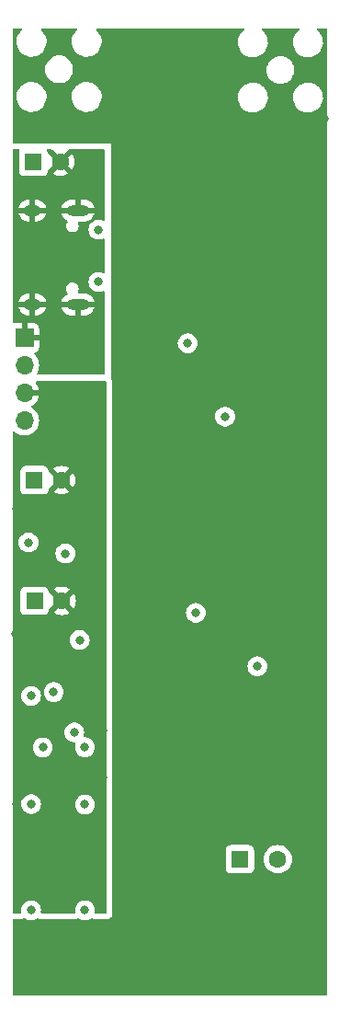
<source format=gbr>
%TF.GenerationSoftware,KiCad,Pcbnew,(6.99.0-1665-g4ee6cfe5b6)*%
%TF.CreationDate,2022-06-28T13:02:27+08:00*%
%TF.ProjectId,NoiseAmplifyingProbe,4e6f6973-6541-46d7-906c-696679696e67,rev?*%
%TF.SameCoordinates,Original*%
%TF.FileFunction,Copper,L2,Inr*%
%TF.FilePolarity,Positive*%
%FSLAX46Y46*%
G04 Gerber Fmt 4.6, Leading zero omitted, Abs format (unit mm)*
G04 Created by KiCad (PCBNEW (6.99.0-1665-g4ee6cfe5b6)) date 2022-06-28 13:02:27*
%MOMM*%
%LPD*%
G01*
G04 APERTURE LIST*
%TA.AperFunction,ComponentPad*%
%ADD10R,1.600000X1.600000*%
%TD*%
%TA.AperFunction,ComponentPad*%
%ADD11C,1.600000*%
%TD*%
%TA.AperFunction,ComponentPad*%
%ADD12O,2.100000X1.000000*%
%TD*%
%TA.AperFunction,ComponentPad*%
%ADD13O,1.600000X1.000000*%
%TD*%
%TA.AperFunction,ComponentPad*%
%ADD14R,1.700000X1.700000*%
%TD*%
%TA.AperFunction,ComponentPad*%
%ADD15O,1.700000X1.700000*%
%TD*%
%TA.AperFunction,ViaPad*%
%ADD16C,0.800000*%
%TD*%
G04 APERTURE END LIST*
D10*
%TO.N,+5V*%
%TO.C,C3*%
X132517620Y-92099999D03*
D11*
%TO.N,GND*%
X135017621Y-92100000D03*
%TD*%
D12*
%TO.N,GNDPWR*%
%TO.C,J1*%
X136519999Y-67279999D03*
D13*
X132339999Y-67279999D03*
D12*
X136519999Y-75919999D03*
D13*
X132339999Y-75919999D03*
%TD*%
D10*
%TO.N,VCC*%
%TO.C,C11*%
X132539999Y-103199999D03*
D11*
%TO.N,GND*%
X135040000Y-103200000D03*
%TD*%
D10*
%TO.N,Net-(J1-VBUS)*%
%TO.C,C2*%
X132417620Y-62799999D03*
D11*
%TO.N,GNDPWR*%
X134917621Y-62800000D03*
%TD*%
D14*
%TO.N,GNDPWR*%
%TO.C,J2*%
X131599999Y-78999999D03*
D15*
%TO.N,Net-(J1-VBUS)*%
X131599999Y-81539999D03*
%TO.N,GND*%
X131599999Y-84079999D03*
%TO.N,+5V*%
X131599999Y-86619999D03*
%TD*%
D10*
%TO.N,Net-(C1-Pad1)*%
%TO.C,C1*%
X151459999Y-126979999D03*
D11*
%TO.N,Net-(U1A-+)*%
X154960000Y-126980000D03*
%TD*%
D16*
%TO.N,Net-(J1-VBUS)*%
X138425000Y-73850000D03*
X138425000Y-69050000D03*
%TO.N,GNDPWR*%
X131175000Y-65650000D03*
X131650000Y-72625000D03*
X133860000Y-78990000D03*
X137975000Y-62975000D03*
X135400000Y-81700000D03*
X133450000Y-70700000D03*
X131400000Y-69850000D03*
%TO.N,+5V*%
X131975000Y-97825000D03*
%TO.N,GND*%
X137700000Y-92700000D03*
X138550000Y-103350000D03*
X134500000Y-89800000D03*
X134600000Y-101125000D03*
X138675000Y-86625000D03*
X134275000Y-109475000D03*
X130800000Y-106250000D03*
X133140000Y-114370000D03*
X134870000Y-114370000D03*
X137825000Y-87375000D03*
X137075000Y-84150000D03*
X136220000Y-113720000D03*
X134750000Y-84375000D03*
X130950000Y-109600000D03*
X138725000Y-97550000D03*
X138575000Y-90475000D03*
X130900000Y-121900000D03*
X135350000Y-122025000D03*
X137625000Y-105000000D03*
X138770000Y-110940000D03*
X137500000Y-85550000D03*
X131000000Y-127000000D03*
X130900000Y-94750000D03*
X137100000Y-94625000D03*
X137700000Y-102175000D03*
X130950000Y-100375000D03*
X138450000Y-126975000D03*
X134010000Y-114360000D03*
X138800000Y-119475000D03*
X133900000Y-97200000D03*
X134375000Y-124200000D03*
X133950000Y-86775000D03*
X136475000Y-97400000D03*
X138800000Y-115150000D03*
X138550000Y-121075000D03*
X134150000Y-121175000D03*
%TO.N,VAA*%
X146650000Y-79500000D03*
X147400000Y-104300000D03*
X137175000Y-131675000D03*
%TO.N,GNDA*%
X156500000Y-79000000D03*
X135600000Y-59400000D03*
X147000000Y-119900000D03*
X154000000Y-79000000D03*
X156500000Y-69000000D03*
X156500000Y-91500000D03*
X144750000Y-93800000D03*
X149000000Y-59250000D03*
X154000000Y-77750000D03*
X156500000Y-87750000D03*
X154000000Y-69000000D03*
X146750000Y-63000000D03*
X149000000Y-60500000D03*
X146750000Y-65500000D03*
X154000000Y-80250000D03*
X151200000Y-64500000D03*
X144900000Y-112850000D03*
X154800000Y-98900000D03*
X146750000Y-74250000D03*
X149000000Y-76750000D03*
X154250000Y-97250000D03*
X156500000Y-59000000D03*
X151750000Y-97250000D03*
X154000000Y-70250000D03*
X141000000Y-126100000D03*
X156500000Y-72750000D03*
X154750000Y-125000000D03*
X157800000Y-98500000D03*
X153000000Y-94750000D03*
X149000000Y-69250000D03*
X156500000Y-82750000D03*
X156500000Y-80250000D03*
X154000000Y-60250000D03*
X141000000Y-55500000D03*
X154250000Y-122500000D03*
X142250000Y-53000000D03*
X154000000Y-72750000D03*
X132600000Y-54100000D03*
X149000000Y-68000000D03*
X148300000Y-133600000D03*
X153500000Y-106900000D03*
X156500000Y-65250000D03*
X139750000Y-53000000D03*
X156500000Y-60250000D03*
X156500000Y-64000000D03*
X154000000Y-75250000D03*
X151750000Y-117500000D03*
X146750000Y-64250000D03*
X143050000Y-117250000D03*
X156500000Y-66500000D03*
X156500000Y-81500000D03*
X154000000Y-81500000D03*
X149000000Y-65500000D03*
X151750000Y-120000000D03*
X138700000Y-136100000D03*
X150250000Y-97750000D03*
X149000000Y-56750000D03*
X156500000Y-67750000D03*
X149000000Y-79250000D03*
X156500000Y-75250000D03*
X133700000Y-136400000D03*
X158800000Y-138000000D03*
X142200000Y-132100000D03*
X146000000Y-92600000D03*
X154250000Y-118750000D03*
X158200000Y-62100000D03*
X159200000Y-58800000D03*
X143500000Y-132100000D03*
X149000000Y-63000000D03*
X149000000Y-75500000D03*
X154000000Y-71500000D03*
X141000000Y-130700000D03*
X145450000Y-97250000D03*
X146750000Y-69250000D03*
X146000000Y-55500000D03*
X140300000Y-64700000D03*
X149000000Y-70500000D03*
X158050000Y-116850000D03*
X134500000Y-57100000D03*
X142850000Y-59450000D03*
X149000000Y-73000000D03*
X149000000Y-78000000D03*
X154000000Y-64000000D03*
X144750000Y-53000000D03*
X154000000Y-59000000D03*
X146750000Y-76750000D03*
X141200000Y-86400000D03*
X149000000Y-61750000D03*
X154250000Y-123750000D03*
X151600000Y-73900000D03*
X146600000Y-136900000D03*
X156500000Y-90250000D03*
X146750000Y-71750000D03*
X146750000Y-78000000D03*
X149000000Y-71750000D03*
X156500000Y-70250000D03*
X148500000Y-128250000D03*
X156500000Y-84000000D03*
X157700000Y-103150000D03*
X142600000Y-133700000D03*
X154250000Y-120000000D03*
X149750000Y-125750000D03*
X158550000Y-84000000D03*
X154000000Y-67750000D03*
X146750000Y-70500000D03*
X151900000Y-78900000D03*
X141000000Y-132100000D03*
X131400000Y-59200000D03*
X134500000Y-52000000D03*
X146750000Y-66750000D03*
X154250000Y-121250000D03*
X151750000Y-116250000D03*
X140700000Y-71000000D03*
X154000000Y-65250000D03*
X151100000Y-69000000D03*
X154000000Y-76500000D03*
X146750000Y-68000000D03*
X144900000Y-108500000D03*
X148500000Y-125750000D03*
X142250000Y-55500000D03*
X149000000Y-74250000D03*
X157300000Y-54200000D03*
X148500000Y-54250000D03*
X151750000Y-122500000D03*
X139750000Y-55500000D03*
X142600000Y-102850000D03*
X146750000Y-59250000D03*
X149200000Y-117000000D03*
X154000000Y-89000000D03*
X156500000Y-92750000D03*
X149250000Y-95000000D03*
X154000000Y-92750000D03*
X146750000Y-61750000D03*
X146600000Y-51200000D03*
X156500000Y-62750000D03*
X156500000Y-74000000D03*
X155400000Y-51400000D03*
X156500000Y-71500000D03*
X147750000Y-97750000D03*
X152000000Y-112250000D03*
X156500000Y-85250000D03*
X150300000Y-56500000D03*
X153000000Y-54400000D03*
X140350000Y-88000000D03*
X140650000Y-68000000D03*
X151750000Y-115000000D03*
X145600000Y-90500000D03*
X156500000Y-89000000D03*
X154000000Y-62750000D03*
X149000000Y-55500000D03*
X155500000Y-104700000D03*
X142000000Y-62800000D03*
X151200000Y-59600000D03*
X141000000Y-127600000D03*
X146750000Y-58000000D03*
X149750000Y-128250000D03*
X154000000Y-87750000D03*
X143400000Y-121800000D03*
X151750000Y-121250000D03*
X154250000Y-117500000D03*
X146750000Y-60500000D03*
X156500000Y-95250000D03*
X146750000Y-75500000D03*
X154000000Y-94000000D03*
X140500000Y-121900000D03*
X154000000Y-61500000D03*
X142400000Y-57900000D03*
X143000000Y-51500000D03*
X147750000Y-96500000D03*
X147250000Y-53000000D03*
X155500000Y-96500000D03*
X146000000Y-53000000D03*
X145000000Y-121800000D03*
X146100000Y-116700000D03*
X154000000Y-82750000D03*
X156500000Y-76500000D03*
X145300000Y-132100000D03*
X140900000Y-75000000D03*
X156500000Y-77750000D03*
X151750000Y-125000000D03*
X149000000Y-58000000D03*
X146750000Y-73000000D03*
X151750000Y-94750000D03*
X154250000Y-115000000D03*
X140900000Y-78500000D03*
X156500000Y-61500000D03*
X143500000Y-55500000D03*
X147750000Y-99000000D03*
X149000000Y-64250000D03*
X131900000Y-135700000D03*
X154250000Y-116250000D03*
X152000000Y-111250000D03*
X143500000Y-53000000D03*
X143200000Y-137400000D03*
X156500000Y-94000000D03*
X149400000Y-121000000D03*
X151750000Y-118750000D03*
X144750000Y-55500000D03*
X154000000Y-74000000D03*
X150500000Y-94750000D03*
X144600000Y-101300000D03*
X141000000Y-129100000D03*
X149000000Y-66750000D03*
X140400000Y-95100000D03*
X151750000Y-123750000D03*
X153000000Y-97250000D03*
X146750000Y-56750000D03*
X147750000Y-100250000D03*
X141000000Y-53000000D03*
X154000000Y-66500000D03*
%TO.N,VEE*%
X132225000Y-131675000D03*
X150100000Y-86250000D03*
X153075000Y-109225000D03*
%TO.N,VCC*%
X135375000Y-98850000D03*
X134300000Y-111600000D03*
X136700000Y-106800000D03*
X133292500Y-116692500D03*
X136200000Y-115300000D03*
%TO.N,Net-(U4-OUT+)*%
X137175000Y-121950000D03*
X137175000Y-116675000D03*
%TO.N,Net-(U4-OUT-)*%
X132225000Y-111950000D03*
X132225000Y-121900000D03*
%TD*%
%TA.AperFunction,Conductor*%
%TO.N,GNDPWR*%
G36*
X131105706Y-61633502D02*
G01*
X131152199Y-61687158D01*
X131162303Y-61757432D01*
X131155640Y-61783533D01*
X131118386Y-61883412D01*
X131118384Y-61883421D01*
X131115632Y-61890799D01*
X131109121Y-61951362D01*
X131109121Y-63648638D01*
X131115632Y-63709201D01*
X131166732Y-63846204D01*
X131172131Y-63853416D01*
X131172132Y-63853418D01*
X131205125Y-63897491D01*
X131254360Y-63963261D01*
X131371417Y-64050889D01*
X131508420Y-64101989D01*
X131545326Y-64105957D01*
X131565633Y-64108140D01*
X131565636Y-64108140D01*
X131568983Y-64108500D01*
X133266259Y-64108500D01*
X133269606Y-64108140D01*
X133269609Y-64108140D01*
X133289916Y-64105957D01*
X133326822Y-64101989D01*
X133463825Y-64050889D01*
X133580882Y-63963261D01*
X133630117Y-63897491D01*
X133638673Y-63886062D01*
X134196114Y-63886062D01*
X134205410Y-63898077D01*
X134256615Y-63933931D01*
X134266110Y-63939414D01*
X134463568Y-64031490D01*
X134473860Y-64035236D01*
X134684309Y-64091625D01*
X134695102Y-64093528D01*
X134912146Y-64112517D01*
X134923096Y-64112517D01*
X135140140Y-64093528D01*
X135150933Y-64091625D01*
X135361382Y-64035236D01*
X135371674Y-64031490D01*
X135569132Y-63939414D01*
X135578627Y-63933931D01*
X135630669Y-63897491D01*
X135639045Y-63887012D01*
X135631977Y-63873566D01*
X134930433Y-63172022D01*
X134916489Y-63164408D01*
X134914656Y-63164539D01*
X134908041Y-63168790D01*
X134202544Y-63874287D01*
X134196114Y-63886062D01*
X133638673Y-63886062D01*
X133663110Y-63853418D01*
X133663111Y-63853416D01*
X133668510Y-63846204D01*
X133719610Y-63709201D01*
X133726121Y-63648638D01*
X133726121Y-63645269D01*
X133726141Y-63644899D01*
X133749764Y-63577948D01*
X133795781Y-63542204D01*
X133794762Y-63540266D01*
X133805631Y-63534553D01*
X133805833Y-63534396D01*
X133805963Y-63534378D01*
X133844055Y-63514356D01*
X134545599Y-62812812D01*
X134551977Y-62801132D01*
X135282029Y-62801132D01*
X135282160Y-62802965D01*
X135286411Y-62809580D01*
X135991908Y-63515077D01*
X136003683Y-63521507D01*
X136015698Y-63512211D01*
X136051552Y-63461006D01*
X136057035Y-63451511D01*
X136149111Y-63254053D01*
X136152857Y-63243761D01*
X136209246Y-63033312D01*
X136211149Y-63022519D01*
X136230138Y-62805475D01*
X136230138Y-62794525D01*
X136211149Y-62577481D01*
X136209246Y-62566688D01*
X136152857Y-62356239D01*
X136149111Y-62345947D01*
X136057035Y-62148489D01*
X136051552Y-62138994D01*
X136015112Y-62086952D01*
X136004633Y-62078576D01*
X135991187Y-62085644D01*
X135289643Y-62787188D01*
X135282029Y-62801132D01*
X134551977Y-62801132D01*
X134553213Y-62798868D01*
X134553082Y-62797035D01*
X134548831Y-62790420D01*
X133843334Y-62084923D01*
X133801567Y-62062116D01*
X133791620Y-62059951D01*
X133741422Y-62009745D01*
X133726195Y-61956112D01*
X133726121Y-61954731D01*
X133726121Y-61951362D01*
X133719610Y-61890799D01*
X133716858Y-61883421D01*
X133716856Y-61883412D01*
X133679602Y-61783533D01*
X133674536Y-61712718D01*
X133708561Y-61650405D01*
X133770873Y-61616380D01*
X133797657Y-61613500D01*
X134067787Y-61613500D01*
X134135908Y-61633502D01*
X134179318Y-61680876D01*
X134203265Y-61726434D01*
X134904809Y-62427978D01*
X134918753Y-62435592D01*
X134920586Y-62435461D01*
X134927201Y-62431210D01*
X135632698Y-61725713D01*
X135658008Y-61679363D01*
X135658083Y-61679019D01*
X135708328Y-61628860D01*
X135768618Y-61613500D01*
X138874000Y-61613500D01*
X138942121Y-61633502D01*
X138988614Y-61687158D01*
X139000000Y-61739500D01*
X139000000Y-68117506D01*
X138979998Y-68185627D01*
X138926342Y-68232120D01*
X138856068Y-68242224D01*
X138822752Y-68232613D01*
X138713323Y-68183892D01*
X138713315Y-68183889D01*
X138707288Y-68181206D01*
X138613888Y-68161353D01*
X138526944Y-68142872D01*
X138526939Y-68142872D01*
X138520487Y-68141500D01*
X138329513Y-68141500D01*
X138323061Y-68142872D01*
X138323056Y-68142872D01*
X138236112Y-68161353D01*
X138142712Y-68181206D01*
X138136682Y-68183891D01*
X138136681Y-68183891D01*
X137974278Y-68256197D01*
X137974276Y-68256198D01*
X137968248Y-68258882D01*
X137962907Y-68262762D01*
X137962906Y-68262763D01*
X137912843Y-68299136D01*
X137813747Y-68371134D01*
X137809326Y-68376044D01*
X137809325Y-68376045D01*
X137763088Y-68427397D01*
X137685960Y-68513056D01*
X137590473Y-68678444D01*
X137531458Y-68860072D01*
X137511496Y-69050000D01*
X137531458Y-69239928D01*
X137590473Y-69421556D01*
X137685960Y-69586944D01*
X137813747Y-69728866D01*
X137968248Y-69841118D01*
X137974276Y-69843802D01*
X137974278Y-69843803D01*
X138006060Y-69857953D01*
X138142712Y-69918794D01*
X138236112Y-69938647D01*
X138323056Y-69957128D01*
X138323061Y-69957128D01*
X138329513Y-69958500D01*
X138520487Y-69958500D01*
X138526939Y-69957128D01*
X138526944Y-69957128D01*
X138613888Y-69938647D01*
X138707288Y-69918794D01*
X138713315Y-69916111D01*
X138713323Y-69916108D01*
X138822752Y-69867387D01*
X138893119Y-69857953D01*
X138957416Y-69888060D01*
X138995229Y-69948149D01*
X139000000Y-69982494D01*
X139000000Y-72917506D01*
X138979998Y-72985627D01*
X138926342Y-73032120D01*
X138856068Y-73042224D01*
X138822752Y-73032613D01*
X138713323Y-72983892D01*
X138713315Y-72983889D01*
X138707288Y-72981206D01*
X138613888Y-72961353D01*
X138526944Y-72942872D01*
X138526939Y-72942872D01*
X138520487Y-72941500D01*
X138329513Y-72941500D01*
X138323061Y-72942872D01*
X138323056Y-72942872D01*
X138236112Y-72961353D01*
X138142712Y-72981206D01*
X138136682Y-72983891D01*
X138136681Y-72983891D01*
X137974278Y-73056197D01*
X137974276Y-73056198D01*
X137968248Y-73058882D01*
X137813747Y-73171134D01*
X137685960Y-73313056D01*
X137590473Y-73478444D01*
X137531458Y-73660072D01*
X137511496Y-73850000D01*
X137531458Y-74039928D01*
X137590473Y-74221556D01*
X137685960Y-74386944D01*
X137813747Y-74528866D01*
X137968248Y-74641118D01*
X137974276Y-74643802D01*
X137974278Y-74643803D01*
X138006060Y-74657953D01*
X138142712Y-74718794D01*
X138232043Y-74737782D01*
X138323056Y-74757128D01*
X138323061Y-74757128D01*
X138329513Y-74758500D01*
X138520487Y-74758500D01*
X138526939Y-74757128D01*
X138526944Y-74757128D01*
X138617957Y-74737782D01*
X138707288Y-74718794D01*
X138713315Y-74716111D01*
X138713323Y-74716108D01*
X138822752Y-74667387D01*
X138893119Y-74657953D01*
X138957416Y-74688060D01*
X138995229Y-74748149D01*
X139000000Y-74782494D01*
X139000000Y-82274000D01*
X138979998Y-82342121D01*
X138926342Y-82388614D01*
X138874000Y-82400000D01*
X132893698Y-82400000D01*
X132825577Y-82379998D01*
X132779084Y-82326342D01*
X132768980Y-82256068D01*
X132788214Y-82205086D01*
X132788779Y-82204221D01*
X132798860Y-82188791D01*
X132889296Y-81982616D01*
X132944564Y-81764368D01*
X132963156Y-81540000D01*
X132944564Y-81315632D01*
X132889296Y-81097384D01*
X132798860Y-80891209D01*
X132675722Y-80702732D01*
X132672197Y-80698903D01*
X132672194Y-80698899D01*
X132532159Y-80546783D01*
X132500738Y-80483118D01*
X132508725Y-80412572D01*
X132553583Y-80357543D01*
X132580827Y-80343389D01*
X132687522Y-80303594D01*
X132703176Y-80295046D01*
X132805693Y-80218302D01*
X132818302Y-80205693D01*
X132895046Y-80103176D01*
X132903595Y-80087520D01*
X132948741Y-79966478D01*
X132952338Y-79951257D01*
X132957640Y-79901938D01*
X132958000Y-79895223D01*
X132958000Y-79272115D01*
X132953525Y-79256876D01*
X132952135Y-79255671D01*
X132944452Y-79254000D01*
X131472000Y-79254000D01*
X131403879Y-79233998D01*
X131357386Y-79180342D01*
X131346000Y-79128000D01*
X131346000Y-78727885D01*
X131854000Y-78727885D01*
X131858475Y-78743124D01*
X131859865Y-78744329D01*
X131867548Y-78746000D01*
X132939885Y-78746000D01*
X132955124Y-78741525D01*
X132956329Y-78740135D01*
X132958000Y-78732452D01*
X132958000Y-78104777D01*
X132957640Y-78098062D01*
X132952338Y-78048743D01*
X132948741Y-78033522D01*
X132903595Y-77912480D01*
X132895046Y-77896824D01*
X132818302Y-77794307D01*
X132805693Y-77781698D01*
X132703176Y-77704954D01*
X132687520Y-77696405D01*
X132566478Y-77651259D01*
X132551257Y-77647662D01*
X132501938Y-77642360D01*
X132495223Y-77642000D01*
X131872115Y-77642000D01*
X131856876Y-77646475D01*
X131855671Y-77647865D01*
X131854000Y-77655548D01*
X131854000Y-78727885D01*
X131346000Y-78727885D01*
X131346000Y-77660115D01*
X131341525Y-77644876D01*
X131340135Y-77643671D01*
X131332452Y-77642000D01*
X130704777Y-77642000D01*
X130698062Y-77642360D01*
X130640906Y-77648505D01*
X130640573Y-77645412D01*
X130584115Y-77642402D01*
X130526517Y-77600892D01*
X130500505Y-77534833D01*
X130500000Y-77523567D01*
X130500000Y-76185530D01*
X131067191Y-76185530D01*
X131102427Y-76301687D01*
X131107141Y-76313069D01*
X131194904Y-76477261D01*
X131201755Y-76487514D01*
X131319861Y-76631427D01*
X131328573Y-76640139D01*
X131472486Y-76758245D01*
X131482739Y-76765096D01*
X131646931Y-76852859D01*
X131658313Y-76857573D01*
X131836468Y-76911616D01*
X131848562Y-76914022D01*
X131987402Y-76927697D01*
X131993574Y-76928000D01*
X132067885Y-76928000D01*
X132083124Y-76923525D01*
X132084329Y-76922135D01*
X132086000Y-76914452D01*
X132086000Y-76909885D01*
X132594000Y-76909885D01*
X132598475Y-76925124D01*
X132599865Y-76926329D01*
X132607548Y-76928000D01*
X132686426Y-76928000D01*
X132692598Y-76927697D01*
X132831438Y-76914022D01*
X132843532Y-76911616D01*
X133021687Y-76857573D01*
X133033069Y-76852859D01*
X133197261Y-76765096D01*
X133207514Y-76758245D01*
X133351427Y-76640139D01*
X133360139Y-76631427D01*
X133478245Y-76487514D01*
X133485096Y-76477261D01*
X133572859Y-76313069D01*
X133577573Y-76301687D01*
X133611048Y-76191337D01*
X133611100Y-76185530D01*
X134997191Y-76185530D01*
X135032427Y-76301687D01*
X135037141Y-76313069D01*
X135124904Y-76477261D01*
X135131755Y-76487514D01*
X135249861Y-76631427D01*
X135258573Y-76640139D01*
X135402486Y-76758245D01*
X135412739Y-76765096D01*
X135576931Y-76852859D01*
X135588313Y-76857573D01*
X135766468Y-76911616D01*
X135778562Y-76914022D01*
X135917402Y-76927697D01*
X135923574Y-76928000D01*
X136247885Y-76928000D01*
X136263124Y-76923525D01*
X136264329Y-76922135D01*
X136266000Y-76914452D01*
X136266000Y-76909885D01*
X136774000Y-76909885D01*
X136778475Y-76925124D01*
X136779865Y-76926329D01*
X136787548Y-76928000D01*
X137116426Y-76928000D01*
X137122598Y-76927697D01*
X137261438Y-76914022D01*
X137273532Y-76911616D01*
X137451687Y-76857573D01*
X137463069Y-76852859D01*
X137627261Y-76765096D01*
X137637514Y-76758245D01*
X137781427Y-76640139D01*
X137790139Y-76631427D01*
X137908245Y-76487514D01*
X137915096Y-76477261D01*
X138002859Y-76313069D01*
X138007573Y-76301687D01*
X138041048Y-76191337D01*
X138041174Y-76177234D01*
X138034255Y-76174000D01*
X136792115Y-76174000D01*
X136776876Y-76178475D01*
X136775671Y-76179865D01*
X136774000Y-76187548D01*
X136774000Y-76909885D01*
X136266000Y-76909885D01*
X136266000Y-76192115D01*
X136261525Y-76176876D01*
X136260135Y-76175671D01*
X136252452Y-76174000D01*
X135011808Y-76174000D01*
X134998277Y-76177973D01*
X134997191Y-76185530D01*
X133611100Y-76185530D01*
X133611174Y-76177234D01*
X133604255Y-76174000D01*
X132612115Y-76174000D01*
X132596876Y-76178475D01*
X132595671Y-76179865D01*
X132594000Y-76187548D01*
X132594000Y-76909885D01*
X132086000Y-76909885D01*
X132086000Y-76192115D01*
X132081525Y-76176876D01*
X132080135Y-76175671D01*
X132072452Y-76174000D01*
X131081808Y-76174000D01*
X131068277Y-76177973D01*
X131067191Y-76185530D01*
X130500000Y-76185530D01*
X130500000Y-75662766D01*
X131068826Y-75662766D01*
X131075745Y-75666000D01*
X132067885Y-75666000D01*
X132083124Y-75661525D01*
X132084329Y-75660135D01*
X132086000Y-75652452D01*
X132086000Y-75647885D01*
X132594000Y-75647885D01*
X132598475Y-75663124D01*
X132599865Y-75664329D01*
X132607548Y-75666000D01*
X133598192Y-75666000D01*
X133609206Y-75662766D01*
X134998826Y-75662766D01*
X135005745Y-75666000D01*
X138028192Y-75666000D01*
X138041723Y-75662027D01*
X138042809Y-75654470D01*
X138007573Y-75538313D01*
X138002859Y-75526931D01*
X137915096Y-75362739D01*
X137908245Y-75352486D01*
X137790139Y-75208573D01*
X137781427Y-75199861D01*
X137637514Y-75081755D01*
X137627261Y-75074904D01*
X137463069Y-74987141D01*
X137451687Y-74982427D01*
X137273532Y-74928384D01*
X137261438Y-74925978D01*
X137122598Y-74912303D01*
X137116426Y-74912000D01*
X136656691Y-74912000D01*
X136588570Y-74891998D01*
X136542077Y-74838342D01*
X136531973Y-74768068D01*
X136540282Y-74737782D01*
X136577527Y-74647865D01*
X136580687Y-74640236D01*
X136600466Y-74490000D01*
X136580687Y-74339764D01*
X136522698Y-74199767D01*
X136430451Y-74079549D01*
X136310233Y-73987302D01*
X136170236Y-73929313D01*
X136057720Y-73914500D01*
X135982280Y-73914500D01*
X135869764Y-73929313D01*
X135729767Y-73987302D01*
X135609549Y-74079549D01*
X135517302Y-74199767D01*
X135459313Y-74339764D01*
X135439534Y-74490000D01*
X135459313Y-74640236D01*
X135517302Y-74780233D01*
X135556828Y-74831744D01*
X135582429Y-74897964D01*
X135568164Y-74967513D01*
X135516262Y-75019570D01*
X135412739Y-75074904D01*
X135402486Y-75081755D01*
X135258573Y-75199861D01*
X135249861Y-75208573D01*
X135131755Y-75352486D01*
X135124904Y-75362739D01*
X135037141Y-75526931D01*
X135032427Y-75538313D01*
X134998952Y-75648663D01*
X134998826Y-75662766D01*
X133609206Y-75662766D01*
X133611723Y-75662027D01*
X133612809Y-75654470D01*
X133577573Y-75538313D01*
X133572859Y-75526931D01*
X133485096Y-75362739D01*
X133478245Y-75352486D01*
X133360139Y-75208573D01*
X133351427Y-75199861D01*
X133207514Y-75081755D01*
X133197261Y-75074904D01*
X133033069Y-74987141D01*
X133021687Y-74982427D01*
X132843532Y-74928384D01*
X132831438Y-74925978D01*
X132692598Y-74912303D01*
X132686426Y-74912000D01*
X132612115Y-74912000D01*
X132596876Y-74916475D01*
X132595671Y-74917865D01*
X132594000Y-74925548D01*
X132594000Y-75647885D01*
X132086000Y-75647885D01*
X132086000Y-74930115D01*
X132081525Y-74914876D01*
X132080135Y-74913671D01*
X132072452Y-74912000D01*
X131993574Y-74912000D01*
X131987402Y-74912303D01*
X131848562Y-74925978D01*
X131836468Y-74928384D01*
X131658313Y-74982427D01*
X131646931Y-74987141D01*
X131482739Y-75074904D01*
X131472486Y-75081755D01*
X131328573Y-75199861D01*
X131319861Y-75208573D01*
X131201755Y-75352486D01*
X131194904Y-75362739D01*
X131107141Y-75526931D01*
X131102427Y-75538313D01*
X131068952Y-75648663D01*
X131068826Y-75662766D01*
X130500000Y-75662766D01*
X130500000Y-67545530D01*
X131067191Y-67545530D01*
X131102427Y-67661687D01*
X131107141Y-67673069D01*
X131194904Y-67837261D01*
X131201755Y-67847514D01*
X131319861Y-67991427D01*
X131328573Y-68000139D01*
X131472486Y-68118245D01*
X131482739Y-68125096D01*
X131646931Y-68212859D01*
X131658313Y-68217573D01*
X131836468Y-68271616D01*
X131848562Y-68274022D01*
X131987402Y-68287697D01*
X131993574Y-68288000D01*
X132067885Y-68288000D01*
X132083124Y-68283525D01*
X132084329Y-68282135D01*
X132086000Y-68274452D01*
X132086000Y-68269885D01*
X132594000Y-68269885D01*
X132598475Y-68285124D01*
X132599865Y-68286329D01*
X132607548Y-68288000D01*
X132686426Y-68288000D01*
X132692598Y-68287697D01*
X132831438Y-68274022D01*
X132843532Y-68271616D01*
X133021687Y-68217573D01*
X133033069Y-68212859D01*
X133197261Y-68125096D01*
X133207514Y-68118245D01*
X133351427Y-68000139D01*
X133360139Y-67991427D01*
X133478245Y-67847514D01*
X133485096Y-67837261D01*
X133572859Y-67673069D01*
X133577573Y-67661687D01*
X133611048Y-67551337D01*
X133611100Y-67545530D01*
X134997191Y-67545530D01*
X135032427Y-67661687D01*
X135037141Y-67673069D01*
X135124904Y-67837261D01*
X135131755Y-67847514D01*
X135249861Y-67991427D01*
X135258573Y-68000139D01*
X135402486Y-68118245D01*
X135412739Y-68125096D01*
X135516262Y-68180430D01*
X135566910Y-68230182D01*
X135582620Y-68299419D01*
X135556828Y-68368256D01*
X135517302Y-68419767D01*
X135459313Y-68559764D01*
X135439534Y-68710000D01*
X135459313Y-68860236D01*
X135517302Y-69000233D01*
X135609549Y-69120451D01*
X135729767Y-69212698D01*
X135869764Y-69270687D01*
X135982280Y-69285500D01*
X136057720Y-69285500D01*
X136170236Y-69270687D01*
X136310233Y-69212698D01*
X136430451Y-69120451D01*
X136522698Y-69000233D01*
X136580687Y-68860236D01*
X136600466Y-68710000D01*
X136580687Y-68559764D01*
X136540282Y-68462218D01*
X136532693Y-68391628D01*
X136564472Y-68328141D01*
X136625530Y-68291914D01*
X136656691Y-68288000D01*
X137116426Y-68288000D01*
X137122598Y-68287697D01*
X137261438Y-68274022D01*
X137273532Y-68271616D01*
X137451687Y-68217573D01*
X137463069Y-68212859D01*
X137627261Y-68125096D01*
X137637514Y-68118245D01*
X137781427Y-68000139D01*
X137790139Y-67991427D01*
X137908245Y-67847514D01*
X137915096Y-67837261D01*
X138002859Y-67673069D01*
X138007573Y-67661687D01*
X138041048Y-67551337D01*
X138041174Y-67537234D01*
X138034255Y-67534000D01*
X135011808Y-67534000D01*
X134998277Y-67537973D01*
X134997191Y-67545530D01*
X133611100Y-67545530D01*
X133611174Y-67537234D01*
X133604255Y-67534000D01*
X132612115Y-67534000D01*
X132596876Y-67538475D01*
X132595671Y-67539865D01*
X132594000Y-67547548D01*
X132594000Y-68269885D01*
X132086000Y-68269885D01*
X132086000Y-67552115D01*
X132081525Y-67536876D01*
X132080135Y-67535671D01*
X132072452Y-67534000D01*
X131081808Y-67534000D01*
X131068277Y-67537973D01*
X131067191Y-67545530D01*
X130500000Y-67545530D01*
X130500000Y-67022766D01*
X131068826Y-67022766D01*
X131075745Y-67026000D01*
X132067885Y-67026000D01*
X132083124Y-67021525D01*
X132084329Y-67020135D01*
X132086000Y-67012452D01*
X132086000Y-67007885D01*
X132594000Y-67007885D01*
X132598475Y-67023124D01*
X132599865Y-67024329D01*
X132607548Y-67026000D01*
X133598192Y-67026000D01*
X133609206Y-67022766D01*
X134998826Y-67022766D01*
X135005745Y-67026000D01*
X136247885Y-67026000D01*
X136263124Y-67021525D01*
X136264329Y-67020135D01*
X136266000Y-67012452D01*
X136266000Y-67007885D01*
X136774000Y-67007885D01*
X136778475Y-67023124D01*
X136779865Y-67024329D01*
X136787548Y-67026000D01*
X138028192Y-67026000D01*
X138041723Y-67022027D01*
X138042809Y-67014470D01*
X138007573Y-66898313D01*
X138002859Y-66886931D01*
X137915096Y-66722739D01*
X137908245Y-66712486D01*
X137790139Y-66568573D01*
X137781427Y-66559861D01*
X137637514Y-66441755D01*
X137627261Y-66434904D01*
X137463069Y-66347141D01*
X137451687Y-66342427D01*
X137273532Y-66288384D01*
X137261438Y-66285978D01*
X137122598Y-66272303D01*
X137116426Y-66272000D01*
X136792115Y-66272000D01*
X136776876Y-66276475D01*
X136775671Y-66277865D01*
X136774000Y-66285548D01*
X136774000Y-67007885D01*
X136266000Y-67007885D01*
X136266000Y-66290115D01*
X136261525Y-66274876D01*
X136260135Y-66273671D01*
X136252452Y-66272000D01*
X135923574Y-66272000D01*
X135917402Y-66272303D01*
X135778562Y-66285978D01*
X135766468Y-66288384D01*
X135588313Y-66342427D01*
X135576931Y-66347141D01*
X135412739Y-66434904D01*
X135402486Y-66441755D01*
X135258573Y-66559861D01*
X135249861Y-66568573D01*
X135131755Y-66712486D01*
X135124904Y-66722739D01*
X135037141Y-66886931D01*
X135032427Y-66898313D01*
X134998952Y-67008663D01*
X134998826Y-67022766D01*
X133609206Y-67022766D01*
X133611723Y-67022027D01*
X133612809Y-67014470D01*
X133577573Y-66898313D01*
X133572859Y-66886931D01*
X133485096Y-66722739D01*
X133478245Y-66712486D01*
X133360139Y-66568573D01*
X133351427Y-66559861D01*
X133207514Y-66441755D01*
X133197261Y-66434904D01*
X133033069Y-66347141D01*
X133021687Y-66342427D01*
X132843532Y-66288384D01*
X132831438Y-66285978D01*
X132692598Y-66272303D01*
X132686426Y-66272000D01*
X132612115Y-66272000D01*
X132596876Y-66276475D01*
X132595671Y-66277865D01*
X132594000Y-66285548D01*
X132594000Y-67007885D01*
X132086000Y-67007885D01*
X132086000Y-66290115D01*
X132081525Y-66274876D01*
X132080135Y-66273671D01*
X132072452Y-66272000D01*
X131993574Y-66272000D01*
X131987402Y-66272303D01*
X131848562Y-66285978D01*
X131836468Y-66288384D01*
X131658313Y-66342427D01*
X131646931Y-66347141D01*
X131482739Y-66434904D01*
X131472486Y-66441755D01*
X131328573Y-66559861D01*
X131319861Y-66568573D01*
X131201755Y-66712486D01*
X131194904Y-66722739D01*
X131107141Y-66886931D01*
X131102427Y-66898313D01*
X131068952Y-67008663D01*
X131068826Y-67022766D01*
X130500000Y-67022766D01*
X130500000Y-61739500D01*
X130520002Y-61671379D01*
X130573658Y-61624886D01*
X130626000Y-61613500D01*
X131037585Y-61613500D01*
X131105706Y-61633502D01*
G37*
%TD.AperFunction*%
%TD*%
%TA.AperFunction,Conductor*%
%TO.N,GNDA*%
G36*
X131327281Y-50520002D02*
G01*
X131373774Y-50573658D01*
X131383878Y-50643932D01*
X131354384Y-50708512D01*
X131346344Y-50716967D01*
X131225694Y-50832601D01*
X131218654Y-50840599D01*
X131085534Y-51020589D01*
X131079941Y-51029671D01*
X130979156Y-51229566D01*
X130975177Y-51239469D01*
X130909626Y-51453517D01*
X130907379Y-51463944D01*
X130878944Y-51685996D01*
X130878491Y-51696652D01*
X130887993Y-51920308D01*
X130889349Y-51930900D01*
X130936512Y-52149738D01*
X130939634Y-52159934D01*
X131023102Y-52367653D01*
X131027909Y-52377187D01*
X131145279Y-52567808D01*
X131151621Y-52576384D01*
X131299524Y-52744433D01*
X131307228Y-52751817D01*
X131481400Y-52892451D01*
X131490235Y-52898423D01*
X131685683Y-53007607D01*
X131695387Y-53011993D01*
X131906477Y-53086576D01*
X131916789Y-53089261D01*
X132137447Y-53127097D01*
X132148063Y-53128000D01*
X132315869Y-53128000D01*
X132321190Y-53127774D01*
X132488394Y-53113543D01*
X132498905Y-53111740D01*
X132715546Y-53055332D01*
X132725600Y-53051780D01*
X132929603Y-52959565D01*
X132938904Y-52954368D01*
X133124378Y-52829009D01*
X133132687Y-52822300D01*
X133294301Y-52667406D01*
X133301346Y-52659401D01*
X133434466Y-52479411D01*
X133440059Y-52470329D01*
X133540844Y-52270434D01*
X133544823Y-52260531D01*
X133610374Y-52046483D01*
X133612621Y-52036056D01*
X133641056Y-51814004D01*
X133641509Y-51803347D01*
X133632007Y-51579692D01*
X133630651Y-51569100D01*
X133583488Y-51350262D01*
X133580366Y-51340066D01*
X133496898Y-51132347D01*
X133492091Y-51122813D01*
X133374721Y-50932192D01*
X133368379Y-50923616D01*
X133220476Y-50755567D01*
X133212779Y-50748190D01*
X133182861Y-50724033D01*
X133142427Y-50665676D01*
X133139961Y-50594722D01*
X133176247Y-50533699D01*
X133239765Y-50501980D01*
X133262017Y-50500000D01*
X136339160Y-50500000D01*
X136407281Y-50520002D01*
X136453774Y-50573658D01*
X136463878Y-50643932D01*
X136434384Y-50708512D01*
X136426344Y-50716967D01*
X136305694Y-50832601D01*
X136298654Y-50840599D01*
X136165534Y-51020589D01*
X136159941Y-51029671D01*
X136059156Y-51229566D01*
X136055177Y-51239469D01*
X135989626Y-51453517D01*
X135987379Y-51463944D01*
X135958944Y-51685996D01*
X135958491Y-51696652D01*
X135967993Y-51920308D01*
X135969349Y-51930900D01*
X136016512Y-52149738D01*
X136019634Y-52159934D01*
X136103102Y-52367653D01*
X136107909Y-52377187D01*
X136225279Y-52567808D01*
X136231621Y-52576384D01*
X136379524Y-52744433D01*
X136387228Y-52751817D01*
X136561400Y-52892451D01*
X136570235Y-52898423D01*
X136765683Y-53007607D01*
X136775387Y-53011993D01*
X136986477Y-53086576D01*
X136996789Y-53089261D01*
X137217447Y-53127097D01*
X137228063Y-53128000D01*
X137395869Y-53128000D01*
X137401190Y-53127774D01*
X137568394Y-53113543D01*
X137578905Y-53111740D01*
X137795546Y-53055332D01*
X137805600Y-53051780D01*
X138009603Y-52959565D01*
X138018904Y-52954368D01*
X138204378Y-52829009D01*
X138212687Y-52822300D01*
X138374301Y-52667406D01*
X138381346Y-52659401D01*
X138514466Y-52479411D01*
X138520059Y-52470329D01*
X138620844Y-52270434D01*
X138624823Y-52260531D01*
X138690374Y-52046483D01*
X138692621Y-52036056D01*
X138721056Y-51814004D01*
X138721509Y-51803347D01*
X138712007Y-51579692D01*
X138710651Y-51569100D01*
X138663488Y-51350262D01*
X138660366Y-51340066D01*
X138576898Y-51132347D01*
X138572091Y-51122813D01*
X138454721Y-50932192D01*
X138448379Y-50923616D01*
X138300476Y-50755567D01*
X138292779Y-50748190D01*
X138262861Y-50724033D01*
X138222427Y-50665676D01*
X138219961Y-50594722D01*
X138256247Y-50533699D01*
X138319765Y-50501980D01*
X138342017Y-50500000D01*
X151725951Y-50500000D01*
X151794072Y-50520002D01*
X151840565Y-50573658D01*
X151850669Y-50643932D01*
X151821175Y-50708512D01*
X151799716Y-50727546D01*
X151799784Y-50727630D01*
X151797977Y-50729090D01*
X151796507Y-50730393D01*
X151795619Y-50730993D01*
X151787313Y-50737700D01*
X151625699Y-50892594D01*
X151618654Y-50900599D01*
X151485534Y-51080589D01*
X151479941Y-51089671D01*
X151379156Y-51289566D01*
X151375177Y-51299469D01*
X151309626Y-51513517D01*
X151307379Y-51523944D01*
X151278944Y-51745996D01*
X151278491Y-51756652D01*
X151287993Y-51980308D01*
X151289349Y-51990900D01*
X151336512Y-52209738D01*
X151339634Y-52219934D01*
X151423102Y-52427653D01*
X151427909Y-52437187D01*
X151545279Y-52627808D01*
X151551621Y-52636384D01*
X151699524Y-52804433D01*
X151707228Y-52811817D01*
X151881400Y-52952451D01*
X151890235Y-52958423D01*
X152085683Y-53067607D01*
X152095387Y-53071993D01*
X152306477Y-53146576D01*
X152316789Y-53149261D01*
X152537447Y-53187097D01*
X152548063Y-53188000D01*
X152715869Y-53188000D01*
X152721190Y-53187774D01*
X152888394Y-53173543D01*
X152898905Y-53171740D01*
X153115546Y-53115332D01*
X153125600Y-53111780D01*
X153329603Y-53019565D01*
X153338904Y-53014368D01*
X153524378Y-52889009D01*
X153532687Y-52882300D01*
X153694301Y-52727406D01*
X153701346Y-52719401D01*
X153834466Y-52539411D01*
X153840059Y-52530329D01*
X153940844Y-52330434D01*
X153944823Y-52320531D01*
X154010374Y-52106483D01*
X154012621Y-52096056D01*
X154041056Y-51874004D01*
X154041509Y-51863347D01*
X154032007Y-51639692D01*
X154030651Y-51629100D01*
X153983488Y-51410262D01*
X153980366Y-51400066D01*
X153896898Y-51192347D01*
X153892091Y-51182813D01*
X153774721Y-50992192D01*
X153768379Y-50983616D01*
X153620476Y-50815567D01*
X153612772Y-50808183D01*
X153508553Y-50724032D01*
X153468119Y-50665675D01*
X153465653Y-50594721D01*
X153501940Y-50533698D01*
X153565457Y-50501980D01*
X153587709Y-50500000D01*
X156805951Y-50500000D01*
X156874072Y-50520002D01*
X156920565Y-50573658D01*
X156930669Y-50643932D01*
X156901175Y-50708512D01*
X156879716Y-50727546D01*
X156879784Y-50727630D01*
X156877977Y-50729090D01*
X156876507Y-50730393D01*
X156875619Y-50730993D01*
X156867313Y-50737700D01*
X156705699Y-50892594D01*
X156698654Y-50900599D01*
X156565534Y-51080589D01*
X156559941Y-51089671D01*
X156459156Y-51289566D01*
X156455177Y-51299469D01*
X156389626Y-51513517D01*
X156387379Y-51523944D01*
X156358944Y-51745996D01*
X156358491Y-51756652D01*
X156367993Y-51980308D01*
X156369349Y-51990900D01*
X156416512Y-52209738D01*
X156419634Y-52219934D01*
X156503102Y-52427653D01*
X156507909Y-52437187D01*
X156625279Y-52627808D01*
X156631621Y-52636384D01*
X156779524Y-52804433D01*
X156787228Y-52811817D01*
X156961400Y-52952451D01*
X156970235Y-52958423D01*
X157165683Y-53067607D01*
X157175387Y-53071993D01*
X157386477Y-53146576D01*
X157396789Y-53149261D01*
X157617447Y-53187097D01*
X157628063Y-53188000D01*
X157795869Y-53188000D01*
X157801190Y-53187774D01*
X157968394Y-53173543D01*
X157978905Y-53171740D01*
X158195546Y-53115332D01*
X158205600Y-53111780D01*
X158409603Y-53019565D01*
X158418904Y-53014368D01*
X158604378Y-52889009D01*
X158612687Y-52882300D01*
X158774301Y-52727406D01*
X158781346Y-52719401D01*
X158914466Y-52539411D01*
X158920059Y-52530329D01*
X159020844Y-52330434D01*
X159024823Y-52320531D01*
X159090374Y-52106483D01*
X159092621Y-52096056D01*
X159121056Y-51874004D01*
X159121509Y-51863347D01*
X159112007Y-51639692D01*
X159110651Y-51629100D01*
X159063488Y-51410262D01*
X159060366Y-51400066D01*
X158976898Y-51192347D01*
X158972091Y-51182813D01*
X158854721Y-50992192D01*
X158848379Y-50983616D01*
X158700476Y-50815567D01*
X158692772Y-50808183D01*
X158588553Y-50724032D01*
X158548119Y-50665675D01*
X158545653Y-50594721D01*
X158581940Y-50533698D01*
X158645457Y-50501980D01*
X158667709Y-50500000D01*
X159374000Y-50500000D01*
X159442121Y-50520002D01*
X159488614Y-50573658D01*
X159500000Y-50626000D01*
X159500000Y-139374000D01*
X159479998Y-139442121D01*
X159426342Y-139488614D01*
X159374000Y-139500000D01*
X139700000Y-139500000D01*
X139700000Y-132300000D01*
X139645235Y-132300000D01*
X139645155Y-132174589D01*
X139656542Y-132122167D01*
X139670827Y-132090888D01*
X139670829Y-132090882D01*
X139672698Y-132086790D01*
X139692700Y-132018669D01*
X139713500Y-131874000D01*
X139713500Y-127828638D01*
X150151500Y-127828638D01*
X150158011Y-127889201D01*
X150209111Y-128026204D01*
X150296739Y-128143261D01*
X150413796Y-128230889D01*
X150550799Y-128281989D01*
X150587705Y-128285957D01*
X150608012Y-128288140D01*
X150608015Y-128288140D01*
X150611362Y-128288500D01*
X152308638Y-128288500D01*
X152311985Y-128288140D01*
X152311988Y-128288140D01*
X152332295Y-128285957D01*
X152369201Y-128281989D01*
X152506204Y-128230889D01*
X152623261Y-128143261D01*
X152710889Y-128026204D01*
X152761989Y-127889201D01*
X152768500Y-127828638D01*
X152768500Y-126980000D01*
X153646502Y-126980000D01*
X153666457Y-127208087D01*
X153725716Y-127429243D01*
X153728039Y-127434224D01*
X153728039Y-127434225D01*
X153820151Y-127631762D01*
X153820154Y-127631767D01*
X153822477Y-127636749D01*
X153953802Y-127824300D01*
X154115700Y-127986198D01*
X154120208Y-127989355D01*
X154120211Y-127989357D01*
X154160779Y-128017763D01*
X154303251Y-128117523D01*
X154308233Y-128119846D01*
X154308238Y-128119849D01*
X154505775Y-128211961D01*
X154510757Y-128214284D01*
X154516065Y-128215706D01*
X154516067Y-128215707D01*
X154726598Y-128272119D01*
X154726600Y-128272119D01*
X154731913Y-128273543D01*
X154960000Y-128293498D01*
X155188087Y-128273543D01*
X155193400Y-128272119D01*
X155193402Y-128272119D01*
X155403933Y-128215707D01*
X155403935Y-128215706D01*
X155409243Y-128214284D01*
X155414225Y-128211961D01*
X155611762Y-128119849D01*
X155611767Y-128119846D01*
X155616749Y-128117523D01*
X155759221Y-128017763D01*
X155799789Y-127989357D01*
X155799792Y-127989355D01*
X155804300Y-127986198D01*
X155966198Y-127824300D01*
X156097523Y-127636749D01*
X156099846Y-127631767D01*
X156099849Y-127631762D01*
X156191961Y-127434225D01*
X156191961Y-127434224D01*
X156194284Y-127429243D01*
X156253543Y-127208087D01*
X156273498Y-126980000D01*
X156253543Y-126751913D01*
X156194284Y-126530757D01*
X156191961Y-126525775D01*
X156099849Y-126328238D01*
X156099846Y-126328233D01*
X156097523Y-126323251D01*
X155966198Y-126135700D01*
X155804300Y-125973802D01*
X155799792Y-125970645D01*
X155799789Y-125970643D01*
X155721611Y-125915902D01*
X155616749Y-125842477D01*
X155611767Y-125840154D01*
X155611762Y-125840151D01*
X155414225Y-125748039D01*
X155414224Y-125748039D01*
X155409243Y-125745716D01*
X155403935Y-125744294D01*
X155403933Y-125744293D01*
X155193402Y-125687881D01*
X155193400Y-125687881D01*
X155188087Y-125686457D01*
X154960000Y-125666502D01*
X154731913Y-125686457D01*
X154726600Y-125687881D01*
X154726598Y-125687881D01*
X154516067Y-125744293D01*
X154516065Y-125744294D01*
X154510757Y-125745716D01*
X154505776Y-125748039D01*
X154505775Y-125748039D01*
X154308238Y-125840151D01*
X154308233Y-125840154D01*
X154303251Y-125842477D01*
X154198389Y-125915902D01*
X154120211Y-125970643D01*
X154120208Y-125970645D01*
X154115700Y-125973802D01*
X153953802Y-126135700D01*
X153822477Y-126323251D01*
X153820154Y-126328233D01*
X153820151Y-126328238D01*
X153728039Y-126525775D01*
X153725716Y-126530757D01*
X153666457Y-126751913D01*
X153646502Y-126980000D01*
X152768500Y-126980000D01*
X152768500Y-126131362D01*
X152761989Y-126070799D01*
X152710889Y-125933796D01*
X152623261Y-125816739D01*
X152506204Y-125729111D01*
X152369201Y-125678011D01*
X152332295Y-125674043D01*
X152311988Y-125671860D01*
X152311985Y-125671860D01*
X152308638Y-125671500D01*
X150611362Y-125671500D01*
X150608015Y-125671860D01*
X150608012Y-125671860D01*
X150587705Y-125674043D01*
X150550799Y-125678011D01*
X150413796Y-125729111D01*
X150296739Y-125816739D01*
X150209111Y-125933796D01*
X150158011Y-126070799D01*
X150151500Y-126131362D01*
X150151500Y-127828638D01*
X139713500Y-127828638D01*
X139713500Y-119475038D01*
X139713504Y-119475000D01*
X139713500Y-119474962D01*
X139713500Y-115150038D01*
X139713504Y-115150000D01*
X139713500Y-115149962D01*
X139713500Y-109225000D01*
X152161496Y-109225000D01*
X152181458Y-109414928D01*
X152240473Y-109596556D01*
X152335960Y-109761944D01*
X152463747Y-109903866D01*
X152618248Y-110016118D01*
X152624276Y-110018802D01*
X152624278Y-110018803D01*
X152786681Y-110091109D01*
X152792712Y-110093794D01*
X152886112Y-110113647D01*
X152973056Y-110132128D01*
X152973061Y-110132128D01*
X152979513Y-110133500D01*
X153170487Y-110133500D01*
X153176939Y-110132128D01*
X153176944Y-110132128D01*
X153263887Y-110113647D01*
X153357288Y-110093794D01*
X153363319Y-110091109D01*
X153525722Y-110018803D01*
X153525724Y-110018802D01*
X153531752Y-110016118D01*
X153686253Y-109903866D01*
X153814040Y-109761944D01*
X153909527Y-109596556D01*
X153968542Y-109414928D01*
X153988504Y-109225000D01*
X153968542Y-109035072D01*
X153909527Y-108853444D01*
X153814040Y-108688056D01*
X153686253Y-108546134D01*
X153531752Y-108433882D01*
X153525724Y-108431198D01*
X153525722Y-108431197D01*
X153363319Y-108358891D01*
X153363318Y-108358891D01*
X153357288Y-108356206D01*
X153263888Y-108336353D01*
X153176944Y-108317872D01*
X153176939Y-108317872D01*
X153170487Y-108316500D01*
X152979513Y-108316500D01*
X152973061Y-108317872D01*
X152973056Y-108317872D01*
X152886112Y-108336353D01*
X152792712Y-108356206D01*
X152786682Y-108358891D01*
X152786681Y-108358891D01*
X152624278Y-108431197D01*
X152624276Y-108431198D01*
X152618248Y-108433882D01*
X152463747Y-108546134D01*
X152335960Y-108688056D01*
X152240473Y-108853444D01*
X152181458Y-109035072D01*
X152161496Y-109225000D01*
X139713500Y-109225000D01*
X139713500Y-104300000D01*
X146486496Y-104300000D01*
X146506458Y-104489928D01*
X146565473Y-104671556D01*
X146660960Y-104836944D01*
X146788747Y-104978866D01*
X146943248Y-105091118D01*
X146949276Y-105093802D01*
X146949278Y-105093803D01*
X147111681Y-105166109D01*
X147117712Y-105168794D01*
X147211113Y-105188647D01*
X147298056Y-105207128D01*
X147298061Y-105207128D01*
X147304513Y-105208500D01*
X147495487Y-105208500D01*
X147501939Y-105207128D01*
X147501944Y-105207128D01*
X147588887Y-105188647D01*
X147682288Y-105168794D01*
X147688319Y-105166109D01*
X147850722Y-105093803D01*
X147850724Y-105093802D01*
X147856752Y-105091118D01*
X148011253Y-104978866D01*
X148139040Y-104836944D01*
X148234527Y-104671556D01*
X148293542Y-104489928D01*
X148313504Y-104300000D01*
X148293542Y-104110072D01*
X148234527Y-103928444D01*
X148139040Y-103763056D01*
X148011253Y-103621134D01*
X147856752Y-103508882D01*
X147850724Y-103506198D01*
X147850722Y-103506197D01*
X147688319Y-103433891D01*
X147688318Y-103433891D01*
X147682288Y-103431206D01*
X147588888Y-103411353D01*
X147501944Y-103392872D01*
X147501939Y-103392872D01*
X147495487Y-103391500D01*
X147304513Y-103391500D01*
X147298061Y-103392872D01*
X147298056Y-103392872D01*
X147211112Y-103411353D01*
X147117712Y-103431206D01*
X147111682Y-103433891D01*
X147111681Y-103433891D01*
X146949278Y-103506197D01*
X146949276Y-103506198D01*
X146943248Y-103508882D01*
X146788747Y-103621134D01*
X146660960Y-103763056D01*
X146565473Y-103928444D01*
X146506458Y-104110072D01*
X146486496Y-104300000D01*
X139713500Y-104300000D01*
X139713500Y-86250000D01*
X149186496Y-86250000D01*
X149206458Y-86439928D01*
X149265473Y-86621556D01*
X149360960Y-86786944D01*
X149488747Y-86928866D01*
X149643248Y-87041118D01*
X149649276Y-87043802D01*
X149649278Y-87043803D01*
X149811681Y-87116109D01*
X149817712Y-87118794D01*
X149911112Y-87138647D01*
X149998056Y-87157128D01*
X149998061Y-87157128D01*
X150004513Y-87158500D01*
X150195487Y-87158500D01*
X150201939Y-87157128D01*
X150201944Y-87157128D01*
X150288888Y-87138647D01*
X150382288Y-87118794D01*
X150388319Y-87116109D01*
X150550722Y-87043803D01*
X150550724Y-87043802D01*
X150556752Y-87041118D01*
X150711253Y-86928866D01*
X150839040Y-86786944D01*
X150934527Y-86621556D01*
X150993542Y-86439928D01*
X151013504Y-86250000D01*
X150993542Y-86060072D01*
X150934527Y-85878444D01*
X150839040Y-85713056D01*
X150711253Y-85571134D01*
X150556752Y-85458882D01*
X150550724Y-85456198D01*
X150550722Y-85456197D01*
X150388319Y-85383891D01*
X150388318Y-85383891D01*
X150382288Y-85381206D01*
X150288887Y-85361353D01*
X150201944Y-85342872D01*
X150201939Y-85342872D01*
X150195487Y-85341500D01*
X150004513Y-85341500D01*
X149998061Y-85342872D01*
X149998056Y-85342872D01*
X149911113Y-85361353D01*
X149817712Y-85381206D01*
X149811682Y-85383891D01*
X149811681Y-85383891D01*
X149649278Y-85456197D01*
X149649276Y-85456198D01*
X149643248Y-85458882D01*
X149488747Y-85571134D01*
X149360960Y-85713056D01*
X149265473Y-85878444D01*
X149206458Y-86060072D01*
X149186496Y-86250000D01*
X139713500Y-86250000D01*
X139713500Y-83126000D01*
X139713140Y-83122649D01*
X139702128Y-83020215D01*
X139702127Y-83020208D01*
X139701766Y-83016851D01*
X139690380Y-82964509D01*
X139655710Y-82860343D01*
X139651449Y-82853712D01*
X139633762Y-82826190D01*
X139613760Y-82758150D01*
X139611690Y-79500000D01*
X145736496Y-79500000D01*
X145756458Y-79689928D01*
X145815473Y-79871556D01*
X145910960Y-80036944D01*
X146038747Y-80178866D01*
X146193248Y-80291118D01*
X146199276Y-80293802D01*
X146199278Y-80293803D01*
X146215194Y-80300889D01*
X146367712Y-80368794D01*
X146461113Y-80388647D01*
X146548056Y-80407128D01*
X146548061Y-80407128D01*
X146554513Y-80408500D01*
X146745487Y-80408500D01*
X146751939Y-80407128D01*
X146751944Y-80407128D01*
X146838887Y-80388647D01*
X146932288Y-80368794D01*
X147084806Y-80300889D01*
X147100722Y-80293803D01*
X147100724Y-80293802D01*
X147106752Y-80291118D01*
X147261253Y-80178866D01*
X147389040Y-80036944D01*
X147484527Y-79871556D01*
X147543542Y-79689928D01*
X147563504Y-79500000D01*
X147543542Y-79310072D01*
X147484527Y-79128444D01*
X147389040Y-78963056D01*
X147261253Y-78821134D01*
X147106752Y-78708882D01*
X147100724Y-78706198D01*
X147100722Y-78706197D01*
X146938319Y-78633891D01*
X146938318Y-78633891D01*
X146932288Y-78631206D01*
X146838887Y-78611353D01*
X146751944Y-78592872D01*
X146751939Y-78592872D01*
X146745487Y-78591500D01*
X146554513Y-78591500D01*
X146548061Y-78592872D01*
X146548056Y-78592872D01*
X146461113Y-78611353D01*
X146367712Y-78631206D01*
X146361682Y-78633891D01*
X146361681Y-78633891D01*
X146199278Y-78706197D01*
X146199276Y-78706198D01*
X146193248Y-78708882D01*
X146038747Y-78821134D01*
X145910960Y-78963056D01*
X145815473Y-79128444D01*
X145756458Y-79310072D01*
X145736496Y-79500000D01*
X139611690Y-79500000D01*
X139600012Y-61118117D01*
X139600012Y-61118115D01*
X139600000Y-61100000D01*
X130626000Y-61100000D01*
X130557879Y-61079998D01*
X130511386Y-61026342D01*
X130500000Y-60974000D01*
X130500000Y-56776652D01*
X130878491Y-56776652D01*
X130887993Y-57000308D01*
X130889349Y-57010900D01*
X130936512Y-57229738D01*
X130939634Y-57239934D01*
X131023102Y-57447653D01*
X131027909Y-57457187D01*
X131145279Y-57647808D01*
X131151621Y-57656384D01*
X131299524Y-57824433D01*
X131307228Y-57831817D01*
X131481400Y-57972451D01*
X131490235Y-57978423D01*
X131685683Y-58087607D01*
X131695387Y-58091993D01*
X131906477Y-58166576D01*
X131916789Y-58169261D01*
X132137447Y-58207097D01*
X132148063Y-58208000D01*
X132315869Y-58208000D01*
X132321190Y-58207774D01*
X132488394Y-58193543D01*
X132498905Y-58191740D01*
X132715546Y-58135332D01*
X132725600Y-58131780D01*
X132929603Y-58039565D01*
X132938904Y-58034368D01*
X133124378Y-57909009D01*
X133132687Y-57902300D01*
X133294301Y-57747406D01*
X133301346Y-57739401D01*
X133434466Y-57559411D01*
X133440059Y-57550329D01*
X133540844Y-57350434D01*
X133544823Y-57340531D01*
X133610374Y-57126483D01*
X133612621Y-57116056D01*
X133641056Y-56894004D01*
X133641509Y-56883347D01*
X133636976Y-56776652D01*
X135958491Y-56776652D01*
X135967993Y-57000308D01*
X135969349Y-57010900D01*
X136016512Y-57229738D01*
X136019634Y-57239934D01*
X136103102Y-57447653D01*
X136107909Y-57457187D01*
X136225279Y-57647808D01*
X136231621Y-57656384D01*
X136379524Y-57824433D01*
X136387228Y-57831817D01*
X136561400Y-57972451D01*
X136570235Y-57978423D01*
X136765683Y-58087607D01*
X136775387Y-58091993D01*
X136986477Y-58166576D01*
X136996789Y-58169261D01*
X137217447Y-58207097D01*
X137228063Y-58208000D01*
X137395869Y-58208000D01*
X137401190Y-58207774D01*
X137568394Y-58193543D01*
X137578905Y-58191740D01*
X137795546Y-58135332D01*
X137805600Y-58131780D01*
X138009603Y-58039565D01*
X138018904Y-58034368D01*
X138204378Y-57909009D01*
X138212687Y-57902300D01*
X138374301Y-57747406D01*
X138381346Y-57739401D01*
X138514466Y-57559411D01*
X138520059Y-57550329D01*
X138620844Y-57350434D01*
X138624823Y-57340531D01*
X138690374Y-57126483D01*
X138692621Y-57116056D01*
X138721056Y-56894004D01*
X138721509Y-56883347D01*
X138719525Y-56836652D01*
X151278491Y-56836652D01*
X151287993Y-57060308D01*
X151289349Y-57070900D01*
X151336512Y-57289738D01*
X151339634Y-57299934D01*
X151423102Y-57507653D01*
X151427909Y-57517187D01*
X151545279Y-57707808D01*
X151551621Y-57716384D01*
X151699524Y-57884433D01*
X151707228Y-57891817D01*
X151881400Y-58032451D01*
X151890235Y-58038423D01*
X152085683Y-58147607D01*
X152095387Y-58151993D01*
X152306477Y-58226576D01*
X152316789Y-58229261D01*
X152537447Y-58267097D01*
X152548063Y-58268000D01*
X152715869Y-58268000D01*
X152721190Y-58267774D01*
X152888394Y-58253543D01*
X152898905Y-58251740D01*
X153115546Y-58195332D01*
X153125600Y-58191780D01*
X153329603Y-58099565D01*
X153338904Y-58094368D01*
X153524378Y-57969009D01*
X153532687Y-57962300D01*
X153694301Y-57807406D01*
X153701346Y-57799401D01*
X153834466Y-57619411D01*
X153840059Y-57610329D01*
X153940844Y-57410434D01*
X153944823Y-57400531D01*
X154010374Y-57186483D01*
X154012621Y-57176056D01*
X154041056Y-56954004D01*
X154041509Y-56943347D01*
X154036976Y-56836652D01*
X156358491Y-56836652D01*
X156367993Y-57060308D01*
X156369349Y-57070900D01*
X156416512Y-57289738D01*
X156419634Y-57299934D01*
X156503102Y-57507653D01*
X156507909Y-57517187D01*
X156625279Y-57707808D01*
X156631621Y-57716384D01*
X156779524Y-57884433D01*
X156787228Y-57891817D01*
X156961400Y-58032451D01*
X156970235Y-58038423D01*
X157165683Y-58147607D01*
X157175387Y-58151993D01*
X157386477Y-58226576D01*
X157396789Y-58229261D01*
X157617447Y-58267097D01*
X157628063Y-58268000D01*
X157795869Y-58268000D01*
X157801190Y-58267774D01*
X157968394Y-58253543D01*
X157978905Y-58251740D01*
X158195546Y-58195332D01*
X158205600Y-58191780D01*
X158409603Y-58099565D01*
X158418904Y-58094368D01*
X158604378Y-57969009D01*
X158612687Y-57962300D01*
X158774301Y-57807406D01*
X158781346Y-57799401D01*
X158914466Y-57619411D01*
X158920059Y-57610329D01*
X159020844Y-57410434D01*
X159024823Y-57400531D01*
X159090374Y-57186483D01*
X159092621Y-57176056D01*
X159121056Y-56954004D01*
X159121509Y-56943347D01*
X159112007Y-56719692D01*
X159110651Y-56709100D01*
X159063488Y-56490262D01*
X159060366Y-56480066D01*
X158976898Y-56272347D01*
X158972091Y-56262813D01*
X158854721Y-56072192D01*
X158848379Y-56063616D01*
X158700476Y-55895567D01*
X158692772Y-55888183D01*
X158518600Y-55747549D01*
X158509765Y-55741577D01*
X158314317Y-55632393D01*
X158304613Y-55628007D01*
X158093523Y-55553424D01*
X158083211Y-55550739D01*
X157862553Y-55512903D01*
X157851937Y-55512000D01*
X157684131Y-55512000D01*
X157678810Y-55512226D01*
X157511606Y-55526457D01*
X157501095Y-55528260D01*
X157284454Y-55584668D01*
X157274400Y-55588220D01*
X157070397Y-55680435D01*
X157061096Y-55685632D01*
X156875622Y-55810991D01*
X156867313Y-55817700D01*
X156705699Y-55972594D01*
X156698654Y-55980599D01*
X156565534Y-56160589D01*
X156559941Y-56169671D01*
X156459156Y-56369566D01*
X156455177Y-56379469D01*
X156389626Y-56593517D01*
X156387379Y-56603944D01*
X156358944Y-56825996D01*
X156358491Y-56836652D01*
X154036976Y-56836652D01*
X154032007Y-56719692D01*
X154030651Y-56709100D01*
X153983488Y-56490262D01*
X153980366Y-56480066D01*
X153896898Y-56272347D01*
X153892091Y-56262813D01*
X153774721Y-56072192D01*
X153768379Y-56063616D01*
X153620476Y-55895567D01*
X153612772Y-55888183D01*
X153438600Y-55747549D01*
X153429765Y-55741577D01*
X153234317Y-55632393D01*
X153224613Y-55628007D01*
X153013523Y-55553424D01*
X153003211Y-55550739D01*
X152782553Y-55512903D01*
X152771937Y-55512000D01*
X152604131Y-55512000D01*
X152598810Y-55512226D01*
X152431606Y-55526457D01*
X152421095Y-55528260D01*
X152204454Y-55584668D01*
X152194400Y-55588220D01*
X151990397Y-55680435D01*
X151981096Y-55685632D01*
X151795622Y-55810991D01*
X151787313Y-55817700D01*
X151625699Y-55972594D01*
X151618654Y-55980599D01*
X151485534Y-56160589D01*
X151479941Y-56169671D01*
X151379156Y-56369566D01*
X151375177Y-56379469D01*
X151309626Y-56593517D01*
X151307379Y-56603944D01*
X151278944Y-56825996D01*
X151278491Y-56836652D01*
X138719525Y-56836652D01*
X138712007Y-56659692D01*
X138710651Y-56649100D01*
X138663488Y-56430262D01*
X138660366Y-56420066D01*
X138576898Y-56212347D01*
X138572091Y-56202813D01*
X138454721Y-56012192D01*
X138448379Y-56003616D01*
X138300476Y-55835567D01*
X138292772Y-55828183D01*
X138118600Y-55687549D01*
X138109765Y-55681577D01*
X137914317Y-55572393D01*
X137904613Y-55568007D01*
X137693523Y-55493424D01*
X137683211Y-55490739D01*
X137462553Y-55452903D01*
X137451937Y-55452000D01*
X137284131Y-55452000D01*
X137278810Y-55452226D01*
X137111606Y-55466457D01*
X137101095Y-55468260D01*
X136884454Y-55524668D01*
X136874400Y-55528220D01*
X136670397Y-55620435D01*
X136661096Y-55625632D01*
X136475622Y-55750991D01*
X136467313Y-55757700D01*
X136305699Y-55912594D01*
X136298654Y-55920599D01*
X136165534Y-56100589D01*
X136159941Y-56109671D01*
X136059156Y-56309566D01*
X136055177Y-56319469D01*
X135989626Y-56533517D01*
X135987379Y-56543944D01*
X135958944Y-56765996D01*
X135958491Y-56776652D01*
X133636976Y-56776652D01*
X133632007Y-56659692D01*
X133630651Y-56649100D01*
X133583488Y-56430262D01*
X133580366Y-56420066D01*
X133496898Y-56212347D01*
X133492091Y-56202813D01*
X133374721Y-56012192D01*
X133368379Y-56003616D01*
X133220476Y-55835567D01*
X133212772Y-55828183D01*
X133038600Y-55687549D01*
X133029765Y-55681577D01*
X132834317Y-55572393D01*
X132824613Y-55568007D01*
X132613523Y-55493424D01*
X132603211Y-55490739D01*
X132382553Y-55452903D01*
X132371937Y-55452000D01*
X132204131Y-55452000D01*
X132198810Y-55452226D01*
X132031606Y-55466457D01*
X132021095Y-55468260D01*
X131804454Y-55524668D01*
X131794400Y-55528220D01*
X131590397Y-55620435D01*
X131581096Y-55625632D01*
X131395622Y-55750991D01*
X131387313Y-55757700D01*
X131225699Y-55912594D01*
X131218654Y-55920599D01*
X131085534Y-56100589D01*
X131079941Y-56109671D01*
X130979156Y-56309566D01*
X130975177Y-56319469D01*
X130909626Y-56533517D01*
X130907379Y-56543944D01*
X130878944Y-56765996D01*
X130878491Y-56776652D01*
X130500000Y-56776652D01*
X130500000Y-54290000D01*
X133516616Y-54290000D01*
X133536113Y-54512857D01*
X133594014Y-54728943D01*
X133624317Y-54793928D01*
X133686231Y-54926705D01*
X133686234Y-54926710D01*
X133688557Y-54931692D01*
X133816871Y-55114943D01*
X133975057Y-55273129D01*
X133979565Y-55276286D01*
X133979568Y-55276288D01*
X134055180Y-55329232D01*
X134158308Y-55401443D01*
X134163290Y-55403766D01*
X134163295Y-55403769D01*
X134266177Y-55451743D01*
X134361057Y-55495986D01*
X134577143Y-55553887D01*
X134617401Y-55557409D01*
X134741449Y-55568262D01*
X134741458Y-55568262D01*
X134744174Y-55568500D01*
X134855826Y-55568500D01*
X134858542Y-55568262D01*
X134858551Y-55568262D01*
X134982599Y-55557409D01*
X135022857Y-55553887D01*
X135238943Y-55495986D01*
X135333823Y-55451743D01*
X135436705Y-55403769D01*
X135436710Y-55403766D01*
X135441692Y-55401443D01*
X135544820Y-55329232D01*
X135620432Y-55276288D01*
X135620435Y-55276286D01*
X135624943Y-55273129D01*
X135783129Y-55114943D01*
X135911443Y-54931692D01*
X135913766Y-54926710D01*
X135913769Y-54926705D01*
X135975683Y-54793928D01*
X136005986Y-54728943D01*
X136063887Y-54512857D01*
X136078135Y-54350000D01*
X153916616Y-54350000D01*
X153936113Y-54572857D01*
X153994014Y-54788943D01*
X153996339Y-54793928D01*
X154086231Y-54986705D01*
X154086234Y-54986710D01*
X154088557Y-54991692D01*
X154216871Y-55174943D01*
X154375057Y-55333129D01*
X154379565Y-55336286D01*
X154379568Y-55336288D01*
X154455928Y-55389756D01*
X154558308Y-55461443D01*
X154563290Y-55463766D01*
X154563295Y-55463769D01*
X154666177Y-55511743D01*
X154761057Y-55555986D01*
X154977143Y-55613887D01*
X155028879Y-55618413D01*
X155141449Y-55628262D01*
X155141458Y-55628262D01*
X155144174Y-55628500D01*
X155255826Y-55628500D01*
X155258542Y-55628262D01*
X155258551Y-55628262D01*
X155371121Y-55618413D01*
X155422857Y-55613887D01*
X155638943Y-55555986D01*
X155733823Y-55511743D01*
X155836705Y-55463769D01*
X155836710Y-55463766D01*
X155841692Y-55461443D01*
X155944072Y-55389756D01*
X156020432Y-55336288D01*
X156020435Y-55336286D01*
X156024943Y-55333129D01*
X156183129Y-55174943D01*
X156311443Y-54991692D01*
X156313766Y-54986710D01*
X156313769Y-54986705D01*
X156403661Y-54793928D01*
X156405986Y-54788943D01*
X156463887Y-54572857D01*
X156483384Y-54350000D01*
X156463887Y-54127143D01*
X156405986Y-53911057D01*
X156361743Y-53816177D01*
X156313769Y-53713295D01*
X156313766Y-53713290D01*
X156311443Y-53708308D01*
X156183129Y-53525057D01*
X156024943Y-53366871D01*
X156020435Y-53363714D01*
X156020432Y-53363712D01*
X155934743Y-53303712D01*
X155841692Y-53238557D01*
X155836710Y-53236234D01*
X155836705Y-53236231D01*
X155702268Y-53173543D01*
X155638943Y-53144014D01*
X155422857Y-53086113D01*
X155371121Y-53081587D01*
X155258551Y-53071738D01*
X155258542Y-53071738D01*
X155255826Y-53071500D01*
X155144174Y-53071500D01*
X155141458Y-53071738D01*
X155141449Y-53071738D01*
X155028879Y-53081587D01*
X154977143Y-53086113D01*
X154761057Y-53144014D01*
X154697732Y-53173543D01*
X154563295Y-53236231D01*
X154563290Y-53236234D01*
X154558308Y-53238557D01*
X154465257Y-53303712D01*
X154379568Y-53363712D01*
X154379565Y-53363714D01*
X154375057Y-53366871D01*
X154216871Y-53525057D01*
X154088557Y-53708308D01*
X154086234Y-53713290D01*
X154086231Y-53713295D01*
X154038257Y-53816177D01*
X153994014Y-53911057D01*
X153936113Y-54127143D01*
X153916616Y-54350000D01*
X136078135Y-54350000D01*
X136083384Y-54290000D01*
X136063887Y-54067143D01*
X136005986Y-53851057D01*
X135941747Y-53713295D01*
X135913769Y-53653295D01*
X135913766Y-53653290D01*
X135911443Y-53648308D01*
X135783129Y-53465057D01*
X135624943Y-53306871D01*
X135620435Y-53303714D01*
X135620432Y-53303712D01*
X135524059Y-53236231D01*
X135441692Y-53178557D01*
X135436710Y-53176234D01*
X135436705Y-53176231D01*
X135302268Y-53113543D01*
X135238943Y-53084014D01*
X135022857Y-53026113D01*
X134971121Y-53021587D01*
X134858551Y-53011738D01*
X134858542Y-53011738D01*
X134855826Y-53011500D01*
X134744174Y-53011500D01*
X134741458Y-53011738D01*
X134741449Y-53011738D01*
X134628879Y-53021587D01*
X134577143Y-53026113D01*
X134361057Y-53084014D01*
X134297732Y-53113543D01*
X134163295Y-53176231D01*
X134163290Y-53176234D01*
X134158308Y-53178557D01*
X134075941Y-53236231D01*
X133979568Y-53303712D01*
X133979565Y-53303714D01*
X133975057Y-53306871D01*
X133816871Y-53465057D01*
X133688557Y-53648308D01*
X133686234Y-53653290D01*
X133686231Y-53653295D01*
X133658253Y-53713295D01*
X133594014Y-53851057D01*
X133536113Y-54067143D01*
X133516616Y-54290000D01*
X130500000Y-54290000D01*
X130500000Y-50626000D01*
X130520002Y-50557879D01*
X130573658Y-50511386D01*
X130626000Y-50500000D01*
X131259160Y-50500000D01*
X131327281Y-50520002D01*
G37*
%TD.AperFunction*%
%TD*%
%TA.AperFunction,Conductor*%
%TO.N,GNDA*%
G36*
X139700000Y-139500000D02*
G01*
X130626000Y-139500000D01*
X130557879Y-139479998D01*
X130511386Y-139426342D01*
X130500000Y-139374000D01*
X130500000Y-132639500D01*
X130520002Y-132571379D01*
X130573658Y-132524886D01*
X130626000Y-132513500D01*
X131205717Y-132513500D01*
X131209876Y-132512942D01*
X131209882Y-132512942D01*
X131336809Y-132495925D01*
X131336814Y-132495924D01*
X131340976Y-132495366D01*
X131405012Y-132477881D01*
X131417277Y-132472698D01*
X131522696Y-132428147D01*
X131522695Y-132428147D01*
X131530725Y-132424754D01*
X131541509Y-132416106D01*
X131607165Y-132389091D01*
X131677003Y-132401860D01*
X131694399Y-132412463D01*
X131715986Y-132428147D01*
X131753923Y-132455710D01*
X131768248Y-132466118D01*
X131774276Y-132468802D01*
X131774278Y-132468803D01*
X131936681Y-132541109D01*
X131942712Y-132543794D01*
X132036113Y-132563647D01*
X132123056Y-132582128D01*
X132123061Y-132582128D01*
X132129513Y-132583500D01*
X132320487Y-132583500D01*
X132326939Y-132582128D01*
X132326944Y-132582128D01*
X132413887Y-132563647D01*
X132507288Y-132543794D01*
X132513319Y-132541109D01*
X132675722Y-132468803D01*
X132675724Y-132468802D01*
X132681752Y-132466118D01*
X132692653Y-132458198D01*
X132754457Y-132413295D01*
X132821325Y-132389436D01*
X132890477Y-132405517D01*
X132892471Y-132406719D01*
X132898544Y-132411982D01*
X133031493Y-132472698D01*
X133049145Y-132477881D01*
X133095291Y-132491431D01*
X133095295Y-132491432D01*
X133099614Y-132492700D01*
X133104063Y-132493340D01*
X133104069Y-132493341D01*
X133239836Y-132512861D01*
X133239841Y-132512861D01*
X133244283Y-132513500D01*
X136155717Y-132513500D01*
X136159876Y-132512942D01*
X136159882Y-132512942D01*
X136286809Y-132495925D01*
X136286814Y-132495924D01*
X136290976Y-132495366D01*
X136355012Y-132477881D01*
X136367277Y-132472698D01*
X136472696Y-132428147D01*
X136472695Y-132428147D01*
X136480725Y-132424754D01*
X136491509Y-132416106D01*
X136557165Y-132389091D01*
X136627003Y-132401860D01*
X136644399Y-132412463D01*
X136665986Y-132428147D01*
X136703923Y-132455710D01*
X136718248Y-132466118D01*
X136724276Y-132468802D01*
X136724278Y-132468803D01*
X136886681Y-132541109D01*
X136892712Y-132543794D01*
X136986113Y-132563647D01*
X137073056Y-132582128D01*
X137073061Y-132582128D01*
X137079513Y-132583500D01*
X137270487Y-132583500D01*
X137276939Y-132582128D01*
X137276944Y-132582128D01*
X137363887Y-132563647D01*
X137457288Y-132543794D01*
X137463319Y-132541109D01*
X137625722Y-132468803D01*
X137625724Y-132468802D01*
X137631752Y-132466118D01*
X137642653Y-132458198D01*
X137704457Y-132413295D01*
X137771325Y-132389436D01*
X137840477Y-132405517D01*
X137842471Y-132406719D01*
X137848544Y-132411982D01*
X137981493Y-132472698D01*
X137999145Y-132477881D01*
X138045291Y-132491431D01*
X138045295Y-132491432D01*
X138049614Y-132492700D01*
X138054063Y-132493340D01*
X138054069Y-132493341D01*
X138189836Y-132512861D01*
X138189841Y-132512861D01*
X138194283Y-132513500D01*
X139074000Y-132513500D01*
X139077346Y-132513140D01*
X139077351Y-132513140D01*
X139179785Y-132502128D01*
X139179792Y-132502127D01*
X139183149Y-132501766D01*
X139186450Y-132501048D01*
X139232210Y-132491094D01*
X139232215Y-132491093D01*
X139235491Y-132490380D01*
X139339657Y-132455710D01*
X139462612Y-132376692D01*
X139466007Y-132373750D01*
X139466018Y-132373742D01*
X139515603Y-132330776D01*
X139580183Y-132301283D01*
X139598115Y-132300000D01*
X139700000Y-132300000D01*
X139700000Y-139500000D01*
G37*
%TD.AperFunction*%
%TD*%
%TA.AperFunction,Conductor*%
%TO.N,GND*%
G36*
X139142121Y-83020002D02*
G01*
X139188614Y-83073658D01*
X139200000Y-83126000D01*
X139200000Y-131874000D01*
X139179998Y-131942121D01*
X139126342Y-131988614D01*
X139074000Y-132000000D01*
X138194283Y-132000000D01*
X138126162Y-131979998D01*
X138079669Y-131926342D01*
X138068973Y-131860830D01*
X138087814Y-131681565D01*
X138088504Y-131675000D01*
X138068542Y-131485072D01*
X138009527Y-131303444D01*
X137914040Y-131138056D01*
X137786253Y-130996134D01*
X137631752Y-130883882D01*
X137625724Y-130881198D01*
X137625722Y-130881197D01*
X137463319Y-130808891D01*
X137463318Y-130808891D01*
X137457288Y-130806206D01*
X137363888Y-130786353D01*
X137276944Y-130767872D01*
X137276939Y-130767872D01*
X137270487Y-130766500D01*
X137079513Y-130766500D01*
X137073061Y-130767872D01*
X137073056Y-130767872D01*
X136986112Y-130786353D01*
X136892712Y-130806206D01*
X136886682Y-130808891D01*
X136886681Y-130808891D01*
X136724278Y-130881197D01*
X136724276Y-130881198D01*
X136718248Y-130883882D01*
X136563747Y-130996134D01*
X136435960Y-131138056D01*
X136340473Y-131303444D01*
X136281458Y-131485072D01*
X136261496Y-131675000D01*
X136262186Y-131681565D01*
X136281027Y-131860830D01*
X136268255Y-131930668D01*
X136219753Y-131982515D01*
X136155717Y-132000000D01*
X133244283Y-132000000D01*
X133176162Y-131979998D01*
X133129669Y-131926342D01*
X133118973Y-131860830D01*
X133137814Y-131681565D01*
X133138504Y-131675000D01*
X133118542Y-131485072D01*
X133059527Y-131303444D01*
X132964040Y-131138056D01*
X132836253Y-130996134D01*
X132681752Y-130883882D01*
X132675724Y-130881198D01*
X132675722Y-130881197D01*
X132513319Y-130808891D01*
X132513318Y-130808891D01*
X132507288Y-130806206D01*
X132413888Y-130786353D01*
X132326944Y-130767872D01*
X132326939Y-130767872D01*
X132320487Y-130766500D01*
X132129513Y-130766500D01*
X132123061Y-130767872D01*
X132123056Y-130767872D01*
X132036112Y-130786353D01*
X131942712Y-130806206D01*
X131936682Y-130808891D01*
X131936681Y-130808891D01*
X131774278Y-130881197D01*
X131774276Y-130881198D01*
X131768248Y-130883882D01*
X131613747Y-130996134D01*
X131485960Y-131138056D01*
X131390473Y-131303444D01*
X131331458Y-131485072D01*
X131311496Y-131675000D01*
X131312186Y-131681565D01*
X131331027Y-131860830D01*
X131318255Y-131930668D01*
X131269753Y-131982515D01*
X131205717Y-132000000D01*
X130626000Y-132000000D01*
X130557879Y-131979998D01*
X130511386Y-131926342D01*
X130500000Y-131874000D01*
X130500000Y-121900000D01*
X131311496Y-121900000D01*
X131331458Y-122089928D01*
X131390473Y-122271556D01*
X131485960Y-122436944D01*
X131490378Y-122441851D01*
X131490379Y-122441852D01*
X131530980Y-122486944D01*
X131613747Y-122578866D01*
X131768248Y-122691118D01*
X131774276Y-122693802D01*
X131774278Y-122693803D01*
X131871833Y-122737237D01*
X131942712Y-122768794D01*
X132036112Y-122788647D01*
X132123056Y-122807128D01*
X132123061Y-122807128D01*
X132129513Y-122808500D01*
X132320487Y-122808500D01*
X132326939Y-122807128D01*
X132326944Y-122807128D01*
X132413888Y-122788647D01*
X132507288Y-122768794D01*
X132578167Y-122737237D01*
X132675722Y-122693803D01*
X132675724Y-122693802D01*
X132681752Y-122691118D01*
X132836253Y-122578866D01*
X132919020Y-122486944D01*
X132959621Y-122441852D01*
X132959622Y-122441851D01*
X132964040Y-122436944D01*
X133059527Y-122271556D01*
X133118542Y-122089928D01*
X133133249Y-121950000D01*
X136261496Y-121950000D01*
X136281458Y-122139928D01*
X136340473Y-122321556D01*
X136435960Y-122486944D01*
X136563747Y-122628866D01*
X136718248Y-122741118D01*
X136724276Y-122743802D01*
X136724278Y-122743803D01*
X136869591Y-122808500D01*
X136892712Y-122818794D01*
X136986113Y-122838647D01*
X137073056Y-122857128D01*
X137073061Y-122857128D01*
X137079513Y-122858500D01*
X137270487Y-122858500D01*
X137276939Y-122857128D01*
X137276944Y-122857128D01*
X137363887Y-122838647D01*
X137457288Y-122818794D01*
X137480409Y-122808500D01*
X137625722Y-122743803D01*
X137625724Y-122743802D01*
X137631752Y-122741118D01*
X137786253Y-122628866D01*
X137914040Y-122486944D01*
X138009527Y-122321556D01*
X138068542Y-122139928D01*
X138088504Y-121950000D01*
X138068542Y-121760072D01*
X138009527Y-121578444D01*
X137914040Y-121413056D01*
X137874169Y-121368774D01*
X137790675Y-121276045D01*
X137790674Y-121276044D01*
X137786253Y-121271134D01*
X137631752Y-121158882D01*
X137625724Y-121156198D01*
X137625722Y-121156197D01*
X137463319Y-121083891D01*
X137463318Y-121083891D01*
X137457288Y-121081206D01*
X137363887Y-121061353D01*
X137276944Y-121042872D01*
X137276939Y-121042872D01*
X137270487Y-121041500D01*
X137079513Y-121041500D01*
X137073061Y-121042872D01*
X137073056Y-121042872D01*
X136986113Y-121061353D01*
X136892712Y-121081206D01*
X136886682Y-121083891D01*
X136886681Y-121083891D01*
X136724278Y-121156197D01*
X136724276Y-121156198D01*
X136718248Y-121158882D01*
X136563747Y-121271134D01*
X136559326Y-121276044D01*
X136559325Y-121276045D01*
X136475832Y-121368774D01*
X136435960Y-121413056D01*
X136340473Y-121578444D01*
X136281458Y-121760072D01*
X136261496Y-121950000D01*
X133133249Y-121950000D01*
X133138504Y-121900000D01*
X133118542Y-121710072D01*
X133059527Y-121528444D01*
X132964040Y-121363056D01*
X132836253Y-121221134D01*
X132681752Y-121108882D01*
X132675724Y-121106198D01*
X132675722Y-121106197D01*
X132513319Y-121033891D01*
X132513318Y-121033891D01*
X132507288Y-121031206D01*
X132413888Y-121011353D01*
X132326944Y-120992872D01*
X132326939Y-120992872D01*
X132320487Y-120991500D01*
X132129513Y-120991500D01*
X132123061Y-120992872D01*
X132123056Y-120992872D01*
X132036112Y-121011353D01*
X131942712Y-121031206D01*
X131936682Y-121033891D01*
X131936681Y-121033891D01*
X131774278Y-121106197D01*
X131774276Y-121106198D01*
X131768248Y-121108882D01*
X131613747Y-121221134D01*
X131485960Y-121363056D01*
X131390473Y-121528444D01*
X131331458Y-121710072D01*
X131311496Y-121900000D01*
X130500000Y-121900000D01*
X130500000Y-116692500D01*
X132378996Y-116692500D01*
X132379686Y-116699065D01*
X132397779Y-116871206D01*
X132398958Y-116882428D01*
X132457973Y-117064056D01*
X132553460Y-117229444D01*
X132681247Y-117371366D01*
X132835748Y-117483618D01*
X132841776Y-117486302D01*
X132841778Y-117486303D01*
X133004181Y-117558609D01*
X133010212Y-117561294D01*
X133103613Y-117581147D01*
X133190556Y-117599628D01*
X133190561Y-117599628D01*
X133197013Y-117601000D01*
X133387987Y-117601000D01*
X133394439Y-117599628D01*
X133394444Y-117599628D01*
X133481387Y-117581147D01*
X133574788Y-117561294D01*
X133580819Y-117558609D01*
X133743222Y-117486303D01*
X133743224Y-117486302D01*
X133749252Y-117483618D01*
X133903753Y-117371366D01*
X134031540Y-117229444D01*
X134127027Y-117064056D01*
X134186042Y-116882428D01*
X134187222Y-116871206D01*
X134205314Y-116699065D01*
X134206004Y-116692500D01*
X134186042Y-116502572D01*
X134127027Y-116320944D01*
X134031540Y-116155556D01*
X134020932Y-116143774D01*
X133908175Y-116018545D01*
X133908174Y-116018544D01*
X133903753Y-116013634D01*
X133749252Y-115901382D01*
X133743224Y-115898698D01*
X133743222Y-115898697D01*
X133580819Y-115826391D01*
X133580818Y-115826391D01*
X133574788Y-115823706D01*
X133481387Y-115803853D01*
X133394444Y-115785372D01*
X133394439Y-115785372D01*
X133387987Y-115784000D01*
X133197013Y-115784000D01*
X133190561Y-115785372D01*
X133190556Y-115785372D01*
X133103613Y-115803853D01*
X133010212Y-115823706D01*
X133004182Y-115826391D01*
X133004181Y-115826391D01*
X132841778Y-115898697D01*
X132841776Y-115898698D01*
X132835748Y-115901382D01*
X132681247Y-116013634D01*
X132676826Y-116018544D01*
X132676825Y-116018545D01*
X132564069Y-116143774D01*
X132553460Y-116155556D01*
X132457973Y-116320944D01*
X132398958Y-116502572D01*
X132378996Y-116692500D01*
X130500000Y-116692500D01*
X130500000Y-115300000D01*
X135286496Y-115300000D01*
X135306458Y-115489928D01*
X135365473Y-115671556D01*
X135368776Y-115677278D01*
X135368777Y-115677279D01*
X135402686Y-115736010D01*
X135460960Y-115836944D01*
X135465378Y-115841851D01*
X135465379Y-115841852D01*
X135584325Y-115973955D01*
X135588747Y-115978866D01*
X135743248Y-116091118D01*
X135749276Y-116093802D01*
X135749278Y-116093803D01*
X135911681Y-116166109D01*
X135917712Y-116168794D01*
X136011112Y-116188647D01*
X136098056Y-116207128D01*
X136098061Y-116207128D01*
X136104513Y-116208500D01*
X136197898Y-116208500D01*
X136266019Y-116228502D01*
X136312512Y-116282158D01*
X136322616Y-116352432D01*
X136317731Y-116373436D01*
X136281458Y-116485072D01*
X136280768Y-116491633D01*
X136280768Y-116491635D01*
X136279619Y-116502572D01*
X136261496Y-116675000D01*
X136281458Y-116864928D01*
X136340473Y-117046556D01*
X136435960Y-117211944D01*
X136440378Y-117216851D01*
X136440379Y-117216852D01*
X136451717Y-117229444D01*
X136563747Y-117353866D01*
X136718248Y-117466118D01*
X136724276Y-117468802D01*
X136724278Y-117468803D01*
X136763584Y-117486303D01*
X136892712Y-117543794D01*
X136962411Y-117558609D01*
X137073056Y-117582128D01*
X137073061Y-117582128D01*
X137079513Y-117583500D01*
X137270487Y-117583500D01*
X137276939Y-117582128D01*
X137276944Y-117582128D01*
X137387589Y-117558609D01*
X137457288Y-117543794D01*
X137586416Y-117486303D01*
X137625722Y-117468803D01*
X137625724Y-117468802D01*
X137631752Y-117466118D01*
X137786253Y-117353866D01*
X137898283Y-117229444D01*
X137909621Y-117216852D01*
X137909622Y-117216851D01*
X137914040Y-117211944D01*
X138009527Y-117046556D01*
X138068542Y-116864928D01*
X138088504Y-116675000D01*
X138070381Y-116502572D01*
X138069232Y-116491635D01*
X138069232Y-116491633D01*
X138068542Y-116485072D01*
X138009527Y-116303444D01*
X137997238Y-116282158D01*
X137932579Y-116170166D01*
X137914040Y-116138056D01*
X137874195Y-116093803D01*
X137790675Y-116001045D01*
X137790674Y-116001044D01*
X137786253Y-115996134D01*
X137631752Y-115883882D01*
X137625724Y-115881198D01*
X137625722Y-115881197D01*
X137463319Y-115808891D01*
X137463318Y-115808891D01*
X137457288Y-115806206D01*
X137352818Y-115784000D01*
X137276944Y-115767872D01*
X137276939Y-115767872D01*
X137270487Y-115766500D01*
X137177102Y-115766500D01*
X137108981Y-115746498D01*
X137062488Y-115692842D01*
X137052384Y-115622568D01*
X137057269Y-115601564D01*
X137091502Y-115496206D01*
X137093542Y-115489928D01*
X137113504Y-115300000D01*
X137093542Y-115110072D01*
X137034527Y-114928444D01*
X136939040Y-114763056D01*
X136811253Y-114621134D01*
X136656752Y-114508882D01*
X136650724Y-114506198D01*
X136650722Y-114506197D01*
X136488319Y-114433891D01*
X136488318Y-114433891D01*
X136482288Y-114431206D01*
X136388887Y-114411353D01*
X136301944Y-114392872D01*
X136301939Y-114392872D01*
X136295487Y-114391500D01*
X136104513Y-114391500D01*
X136098061Y-114392872D01*
X136098056Y-114392872D01*
X136011113Y-114411353D01*
X135917712Y-114431206D01*
X135911682Y-114433891D01*
X135911681Y-114433891D01*
X135749278Y-114506197D01*
X135749276Y-114506198D01*
X135743248Y-114508882D01*
X135588747Y-114621134D01*
X135460960Y-114763056D01*
X135365473Y-114928444D01*
X135306458Y-115110072D01*
X135286496Y-115300000D01*
X130500000Y-115300000D01*
X130500000Y-111950000D01*
X131311496Y-111950000D01*
X131331458Y-112139928D01*
X131390473Y-112321556D01*
X131485960Y-112486944D01*
X131613747Y-112628866D01*
X131768248Y-112741118D01*
X131774276Y-112743802D01*
X131774278Y-112743803D01*
X131936681Y-112816109D01*
X131942712Y-112818794D01*
X132036113Y-112838647D01*
X132123056Y-112857128D01*
X132123061Y-112857128D01*
X132129513Y-112858500D01*
X132320487Y-112858500D01*
X132326939Y-112857128D01*
X132326944Y-112857128D01*
X132413887Y-112838647D01*
X132507288Y-112818794D01*
X132513319Y-112816109D01*
X132675722Y-112743803D01*
X132675724Y-112743802D01*
X132681752Y-112741118D01*
X132836253Y-112628866D01*
X132964040Y-112486944D01*
X133059527Y-112321556D01*
X133118542Y-112139928D01*
X133138504Y-111950000D01*
X133118542Y-111760072D01*
X133066531Y-111600000D01*
X133386496Y-111600000D01*
X133406458Y-111789928D01*
X133465473Y-111971556D01*
X133560960Y-112136944D01*
X133565378Y-112141851D01*
X133565379Y-112141852D01*
X133684325Y-112273955D01*
X133688747Y-112278866D01*
X133843248Y-112391118D01*
X133849276Y-112393802D01*
X133849278Y-112393803D01*
X134011681Y-112466109D01*
X134017712Y-112468794D01*
X134103101Y-112486944D01*
X134198056Y-112507128D01*
X134198061Y-112507128D01*
X134204513Y-112508500D01*
X134395487Y-112508500D01*
X134401939Y-112507128D01*
X134401944Y-112507128D01*
X134496899Y-112486944D01*
X134582288Y-112468794D01*
X134588319Y-112466109D01*
X134750722Y-112393803D01*
X134750724Y-112393802D01*
X134756752Y-112391118D01*
X134911253Y-112278866D01*
X134915675Y-112273955D01*
X135034621Y-112141852D01*
X135034622Y-112141851D01*
X135039040Y-112136944D01*
X135134527Y-111971556D01*
X135193542Y-111789928D01*
X135213504Y-111600000D01*
X135193542Y-111410072D01*
X135134527Y-111228444D01*
X135039040Y-111063056D01*
X134911253Y-110921134D01*
X134756752Y-110808882D01*
X134750724Y-110806198D01*
X134750722Y-110806197D01*
X134588319Y-110733891D01*
X134588318Y-110733891D01*
X134582288Y-110731206D01*
X134488888Y-110711353D01*
X134401944Y-110692872D01*
X134401939Y-110692872D01*
X134395487Y-110691500D01*
X134204513Y-110691500D01*
X134198061Y-110692872D01*
X134198056Y-110692872D01*
X134111112Y-110711353D01*
X134017712Y-110731206D01*
X134011682Y-110733891D01*
X134011681Y-110733891D01*
X133849278Y-110806197D01*
X133849276Y-110806198D01*
X133843248Y-110808882D01*
X133688747Y-110921134D01*
X133560960Y-111063056D01*
X133465473Y-111228444D01*
X133406458Y-111410072D01*
X133386496Y-111600000D01*
X133066531Y-111600000D01*
X133059527Y-111578444D01*
X132964040Y-111413056D01*
X132955701Y-111403794D01*
X132840675Y-111276045D01*
X132840674Y-111276044D01*
X132836253Y-111271134D01*
X132681752Y-111158882D01*
X132675724Y-111156198D01*
X132675722Y-111156197D01*
X132513319Y-111083891D01*
X132513318Y-111083891D01*
X132507288Y-111081206D01*
X132413887Y-111061353D01*
X132326944Y-111042872D01*
X132326939Y-111042872D01*
X132320487Y-111041500D01*
X132129513Y-111041500D01*
X132123061Y-111042872D01*
X132123056Y-111042872D01*
X132036113Y-111061353D01*
X131942712Y-111081206D01*
X131936682Y-111083891D01*
X131936681Y-111083891D01*
X131774278Y-111156197D01*
X131774276Y-111156198D01*
X131768248Y-111158882D01*
X131613747Y-111271134D01*
X131609326Y-111276044D01*
X131609325Y-111276045D01*
X131494300Y-111403794D01*
X131485960Y-111413056D01*
X131390473Y-111578444D01*
X131331458Y-111760072D01*
X131311496Y-111950000D01*
X130500000Y-111950000D01*
X130500000Y-106800000D01*
X135786496Y-106800000D01*
X135806458Y-106989928D01*
X135865473Y-107171556D01*
X135960960Y-107336944D01*
X136088747Y-107478866D01*
X136243248Y-107591118D01*
X136249276Y-107593802D01*
X136249278Y-107593803D01*
X136411681Y-107666109D01*
X136417712Y-107668794D01*
X136511112Y-107688647D01*
X136598056Y-107707128D01*
X136598061Y-107707128D01*
X136604513Y-107708500D01*
X136795487Y-107708500D01*
X136801939Y-107707128D01*
X136801944Y-107707128D01*
X136888888Y-107688647D01*
X136982288Y-107668794D01*
X136988319Y-107666109D01*
X137150722Y-107593803D01*
X137150724Y-107593802D01*
X137156752Y-107591118D01*
X137311253Y-107478866D01*
X137439040Y-107336944D01*
X137534527Y-107171556D01*
X137593542Y-106989928D01*
X137613504Y-106800000D01*
X137593542Y-106610072D01*
X137534527Y-106428444D01*
X137439040Y-106263056D01*
X137311253Y-106121134D01*
X137156752Y-106008882D01*
X137150724Y-106006198D01*
X137150722Y-106006197D01*
X136988319Y-105933891D01*
X136988318Y-105933891D01*
X136982288Y-105931206D01*
X136888888Y-105911353D01*
X136801944Y-105892872D01*
X136801939Y-105892872D01*
X136795487Y-105891500D01*
X136604513Y-105891500D01*
X136598061Y-105892872D01*
X136598056Y-105892872D01*
X136511112Y-105911353D01*
X136417712Y-105931206D01*
X136411682Y-105933891D01*
X136411681Y-105933891D01*
X136249278Y-106006197D01*
X136249276Y-106006198D01*
X136243248Y-106008882D01*
X136088747Y-106121134D01*
X135960960Y-106263056D01*
X135865473Y-106428444D01*
X135806458Y-106610072D01*
X135786496Y-106800000D01*
X130500000Y-106800000D01*
X130500000Y-104048638D01*
X131231500Y-104048638D01*
X131238011Y-104109201D01*
X131289111Y-104246204D01*
X131294510Y-104253416D01*
X131294511Y-104253418D01*
X131327504Y-104297491D01*
X131376739Y-104363261D01*
X131493796Y-104450889D01*
X131630799Y-104501989D01*
X131667705Y-104505957D01*
X131688012Y-104508140D01*
X131688015Y-104508140D01*
X131691362Y-104508500D01*
X133388638Y-104508500D01*
X133391985Y-104508140D01*
X133391988Y-104508140D01*
X133412295Y-104505957D01*
X133449201Y-104501989D01*
X133586204Y-104450889D01*
X133703261Y-104363261D01*
X133752496Y-104297491D01*
X133761052Y-104286062D01*
X134318493Y-104286062D01*
X134327789Y-104298077D01*
X134378994Y-104333931D01*
X134388489Y-104339414D01*
X134585947Y-104431490D01*
X134596239Y-104435236D01*
X134806688Y-104491625D01*
X134817481Y-104493528D01*
X135034525Y-104512517D01*
X135045475Y-104512517D01*
X135262519Y-104493528D01*
X135273312Y-104491625D01*
X135483761Y-104435236D01*
X135494053Y-104431490D01*
X135691511Y-104339414D01*
X135701006Y-104333931D01*
X135753048Y-104297491D01*
X135761424Y-104287012D01*
X135754356Y-104273566D01*
X135052812Y-103572022D01*
X135038868Y-103564408D01*
X135037035Y-103564539D01*
X135030420Y-103568790D01*
X134324923Y-104274287D01*
X134318493Y-104286062D01*
X133761052Y-104286062D01*
X133785489Y-104253418D01*
X133785490Y-104253416D01*
X133790889Y-104246204D01*
X133841989Y-104109201D01*
X133848500Y-104048638D01*
X133848500Y-104045269D01*
X133848520Y-104044899D01*
X133872143Y-103977948D01*
X133918160Y-103942204D01*
X133917141Y-103940266D01*
X133928010Y-103934553D01*
X133928212Y-103934396D01*
X133928342Y-103934378D01*
X133966434Y-103914356D01*
X134667978Y-103212812D01*
X134674356Y-103201132D01*
X135404408Y-103201132D01*
X135404539Y-103202965D01*
X135408790Y-103209580D01*
X136114287Y-103915077D01*
X136126062Y-103921507D01*
X136138077Y-103912211D01*
X136173931Y-103861006D01*
X136179414Y-103851511D01*
X136271490Y-103654053D01*
X136275236Y-103643761D01*
X136331625Y-103433312D01*
X136333528Y-103422519D01*
X136352517Y-103205475D01*
X136352517Y-103194525D01*
X136333528Y-102977481D01*
X136331625Y-102966688D01*
X136275236Y-102756239D01*
X136271490Y-102745947D01*
X136179414Y-102548489D01*
X136173931Y-102538994D01*
X136137491Y-102486952D01*
X136127012Y-102478576D01*
X136113566Y-102485644D01*
X135412022Y-103187188D01*
X135404408Y-103201132D01*
X134674356Y-103201132D01*
X134675592Y-103198868D01*
X134675461Y-103197035D01*
X134671210Y-103190420D01*
X133965713Y-102484923D01*
X133923946Y-102462116D01*
X133913999Y-102459951D01*
X133863801Y-102409745D01*
X133848574Y-102356112D01*
X133848500Y-102354731D01*
X133848500Y-102351362D01*
X133841989Y-102290799D01*
X133790889Y-102153796D01*
X133769867Y-102125713D01*
X133760341Y-102112988D01*
X134318576Y-102112988D01*
X134325644Y-102126434D01*
X135027188Y-102827978D01*
X135041132Y-102835592D01*
X135042965Y-102835461D01*
X135049580Y-102831210D01*
X135755077Y-102125713D01*
X135761507Y-102113938D01*
X135752211Y-102101923D01*
X135701006Y-102066069D01*
X135691511Y-102060586D01*
X135494053Y-101968510D01*
X135483761Y-101964764D01*
X135273312Y-101908375D01*
X135262519Y-101906472D01*
X135045475Y-101887483D01*
X135034525Y-101887483D01*
X134817481Y-101906472D01*
X134806688Y-101908375D01*
X134596239Y-101964764D01*
X134585947Y-101968510D01*
X134388489Y-102060586D01*
X134378994Y-102066069D01*
X134326952Y-102102509D01*
X134318576Y-102112988D01*
X133760341Y-102112988D01*
X133708659Y-102043950D01*
X133703261Y-102036739D01*
X133586204Y-101949111D01*
X133449201Y-101898011D01*
X133412295Y-101894043D01*
X133391988Y-101891860D01*
X133391985Y-101891860D01*
X133388638Y-101891500D01*
X131691362Y-101891500D01*
X131688015Y-101891860D01*
X131688012Y-101891860D01*
X131667705Y-101894043D01*
X131630799Y-101898011D01*
X131493796Y-101949111D01*
X131376739Y-102036739D01*
X131371341Y-102043950D01*
X131310134Y-102125713D01*
X131289111Y-102153796D01*
X131238011Y-102290799D01*
X131231500Y-102351362D01*
X131231500Y-104048638D01*
X130500000Y-104048638D01*
X130500000Y-98850000D01*
X134461496Y-98850000D01*
X134481458Y-99039928D01*
X134540473Y-99221556D01*
X134635960Y-99386944D01*
X134763747Y-99528866D01*
X134918248Y-99641118D01*
X134924276Y-99643802D01*
X134924278Y-99643803D01*
X135086681Y-99716109D01*
X135092712Y-99718794D01*
X135186113Y-99738647D01*
X135273056Y-99757128D01*
X135273061Y-99757128D01*
X135279513Y-99758500D01*
X135470487Y-99758500D01*
X135476939Y-99757128D01*
X135476944Y-99757128D01*
X135563887Y-99738647D01*
X135657288Y-99718794D01*
X135663319Y-99716109D01*
X135825722Y-99643803D01*
X135825724Y-99643802D01*
X135831752Y-99641118D01*
X135986253Y-99528866D01*
X136114040Y-99386944D01*
X136209527Y-99221556D01*
X136268542Y-99039928D01*
X136288504Y-98850000D01*
X136276115Y-98732128D01*
X136269232Y-98666635D01*
X136269232Y-98666633D01*
X136268542Y-98660072D01*
X136209527Y-98478444D01*
X136114040Y-98313056D01*
X135986253Y-98171134D01*
X135831752Y-98058882D01*
X135825724Y-98056198D01*
X135825722Y-98056197D01*
X135663319Y-97983891D01*
X135663318Y-97983891D01*
X135657288Y-97981206D01*
X135563888Y-97961353D01*
X135476944Y-97942872D01*
X135476939Y-97942872D01*
X135470487Y-97941500D01*
X135279513Y-97941500D01*
X135273061Y-97942872D01*
X135273056Y-97942872D01*
X135186112Y-97961353D01*
X135092712Y-97981206D01*
X135086682Y-97983891D01*
X135086681Y-97983891D01*
X134924278Y-98056197D01*
X134924276Y-98056198D01*
X134918248Y-98058882D01*
X134763747Y-98171134D01*
X134635960Y-98313056D01*
X134540473Y-98478444D01*
X134481458Y-98660072D01*
X134480768Y-98666633D01*
X134480768Y-98666635D01*
X134473885Y-98732128D01*
X134461496Y-98850000D01*
X130500000Y-98850000D01*
X130500000Y-97825000D01*
X131061496Y-97825000D01*
X131062186Y-97831565D01*
X131077770Y-97979834D01*
X131081458Y-98014928D01*
X131140473Y-98196556D01*
X131235960Y-98361944D01*
X131363747Y-98503866D01*
X131518248Y-98616118D01*
X131524276Y-98618802D01*
X131524278Y-98618803D01*
X131686681Y-98691109D01*
X131692712Y-98693794D01*
X131786113Y-98713647D01*
X131873056Y-98732128D01*
X131873061Y-98732128D01*
X131879513Y-98733500D01*
X132070487Y-98733500D01*
X132076939Y-98732128D01*
X132076944Y-98732128D01*
X132163887Y-98713647D01*
X132257288Y-98693794D01*
X132263319Y-98691109D01*
X132425722Y-98618803D01*
X132425724Y-98618802D01*
X132431752Y-98616118D01*
X132586253Y-98503866D01*
X132714040Y-98361944D01*
X132809527Y-98196556D01*
X132868542Y-98014928D01*
X132872231Y-97979834D01*
X132887814Y-97831565D01*
X132888504Y-97825000D01*
X132868542Y-97635072D01*
X132809527Y-97453444D01*
X132714040Y-97288056D01*
X132586253Y-97146134D01*
X132431752Y-97033882D01*
X132425724Y-97031198D01*
X132425722Y-97031197D01*
X132263319Y-96958891D01*
X132263318Y-96958891D01*
X132257288Y-96956206D01*
X132163888Y-96936353D01*
X132076944Y-96917872D01*
X132076939Y-96917872D01*
X132070487Y-96916500D01*
X131879513Y-96916500D01*
X131873061Y-96917872D01*
X131873056Y-96917872D01*
X131786113Y-96936353D01*
X131692712Y-96956206D01*
X131686682Y-96958891D01*
X131686681Y-96958891D01*
X131524278Y-97031197D01*
X131524276Y-97031198D01*
X131518248Y-97033882D01*
X131363747Y-97146134D01*
X131235960Y-97288056D01*
X131140473Y-97453444D01*
X131081458Y-97635072D01*
X131061496Y-97825000D01*
X130500000Y-97825000D01*
X130500000Y-92948638D01*
X131209121Y-92948638D01*
X131215632Y-93009201D01*
X131266732Y-93146204D01*
X131272131Y-93153416D01*
X131272132Y-93153418D01*
X131305125Y-93197491D01*
X131354360Y-93263261D01*
X131471417Y-93350889D01*
X131608420Y-93401989D01*
X131645326Y-93405957D01*
X131665633Y-93408140D01*
X131665636Y-93408140D01*
X131668983Y-93408500D01*
X133366259Y-93408500D01*
X133369606Y-93408140D01*
X133369609Y-93408140D01*
X133389916Y-93405957D01*
X133426822Y-93401989D01*
X133563825Y-93350889D01*
X133680882Y-93263261D01*
X133730117Y-93197491D01*
X133738673Y-93186062D01*
X134296114Y-93186062D01*
X134305410Y-93198077D01*
X134356615Y-93233931D01*
X134366110Y-93239414D01*
X134563568Y-93331490D01*
X134573860Y-93335236D01*
X134784309Y-93391625D01*
X134795102Y-93393528D01*
X135012146Y-93412517D01*
X135023096Y-93412517D01*
X135240140Y-93393528D01*
X135250933Y-93391625D01*
X135461382Y-93335236D01*
X135471674Y-93331490D01*
X135669132Y-93239414D01*
X135678627Y-93233931D01*
X135730669Y-93197491D01*
X135739045Y-93187012D01*
X135731977Y-93173566D01*
X135030433Y-92472022D01*
X135016489Y-92464408D01*
X135014656Y-92464539D01*
X135008041Y-92468790D01*
X134302544Y-93174287D01*
X134296114Y-93186062D01*
X133738673Y-93186062D01*
X133763110Y-93153418D01*
X133763111Y-93153416D01*
X133768510Y-93146204D01*
X133819610Y-93009201D01*
X133826121Y-92948638D01*
X133826121Y-92945269D01*
X133826141Y-92944899D01*
X133849764Y-92877948D01*
X133895781Y-92842204D01*
X133894762Y-92840266D01*
X133905631Y-92834553D01*
X133905833Y-92834396D01*
X133905963Y-92834378D01*
X133944055Y-92814356D01*
X134645599Y-92112812D01*
X134651977Y-92101132D01*
X135382029Y-92101132D01*
X135382160Y-92102965D01*
X135386411Y-92109580D01*
X136091908Y-92815077D01*
X136103683Y-92821507D01*
X136115698Y-92812211D01*
X136151552Y-92761006D01*
X136157035Y-92751511D01*
X136249111Y-92554053D01*
X136252857Y-92543761D01*
X136309246Y-92333312D01*
X136311149Y-92322519D01*
X136330138Y-92105475D01*
X136330138Y-92094525D01*
X136311149Y-91877481D01*
X136309246Y-91866688D01*
X136252857Y-91656239D01*
X136249111Y-91645947D01*
X136157035Y-91448489D01*
X136151552Y-91438994D01*
X136115112Y-91386952D01*
X136104633Y-91378576D01*
X136091187Y-91385644D01*
X135389643Y-92087188D01*
X135382029Y-92101132D01*
X134651977Y-92101132D01*
X134653213Y-92098868D01*
X134653082Y-92097035D01*
X134648831Y-92090420D01*
X133943334Y-91384923D01*
X133901567Y-91362116D01*
X133891620Y-91359951D01*
X133841422Y-91309745D01*
X133826195Y-91256112D01*
X133826121Y-91254731D01*
X133826121Y-91251362D01*
X133819610Y-91190799D01*
X133768510Y-91053796D01*
X133747488Y-91025713D01*
X133737962Y-91012988D01*
X134296197Y-91012988D01*
X134303265Y-91026434D01*
X135004809Y-91727978D01*
X135018753Y-91735592D01*
X135020586Y-91735461D01*
X135027201Y-91731210D01*
X135732698Y-91025713D01*
X135739128Y-91013938D01*
X135729832Y-91001923D01*
X135678627Y-90966069D01*
X135669132Y-90960586D01*
X135471674Y-90868510D01*
X135461382Y-90864764D01*
X135250933Y-90808375D01*
X135240140Y-90806472D01*
X135023096Y-90787483D01*
X135012146Y-90787483D01*
X134795102Y-90806472D01*
X134784309Y-90808375D01*
X134573860Y-90864764D01*
X134563568Y-90868510D01*
X134366110Y-90960586D01*
X134356615Y-90966069D01*
X134304573Y-91002509D01*
X134296197Y-91012988D01*
X133737962Y-91012988D01*
X133686280Y-90943950D01*
X133680882Y-90936739D01*
X133563825Y-90849111D01*
X133426822Y-90798011D01*
X133389916Y-90794043D01*
X133369609Y-90791860D01*
X133369606Y-90791860D01*
X133366259Y-90791500D01*
X131668983Y-90791500D01*
X131665636Y-90791860D01*
X131665633Y-90791860D01*
X131645326Y-90794043D01*
X131608420Y-90798011D01*
X131471417Y-90849111D01*
X131354360Y-90936739D01*
X131348962Y-90943950D01*
X131287755Y-91025713D01*
X131266732Y-91053796D01*
X131215632Y-91190799D01*
X131209121Y-91251362D01*
X131209121Y-92948638D01*
X130500000Y-92948638D01*
X130500000Y-87743065D01*
X130520002Y-87674944D01*
X130573658Y-87628451D01*
X130643932Y-87618347D01*
X130703391Y-87643634D01*
X130831139Y-87743065D01*
X130854424Y-87761189D01*
X131052426Y-87868342D01*
X131265365Y-87941444D01*
X131270499Y-87942301D01*
X131270504Y-87942302D01*
X131482294Y-87977643D01*
X131482296Y-87977643D01*
X131487431Y-87978500D01*
X131712569Y-87978500D01*
X131717704Y-87977643D01*
X131717706Y-87977643D01*
X131929496Y-87942302D01*
X131929501Y-87942301D01*
X131934635Y-87941444D01*
X132147574Y-87868342D01*
X132345576Y-87761189D01*
X132368862Y-87743065D01*
X132519121Y-87626112D01*
X132523240Y-87622906D01*
X132570640Y-87571417D01*
X132672194Y-87461101D01*
X132672197Y-87461097D01*
X132675722Y-87457268D01*
X132798860Y-87268791D01*
X132889296Y-87062616D01*
X132944564Y-86844368D01*
X132963156Y-86620000D01*
X132944564Y-86395632D01*
X132889296Y-86177384D01*
X132798860Y-85971209D01*
X132675722Y-85782732D01*
X132672197Y-85778903D01*
X132672194Y-85778899D01*
X132526772Y-85620931D01*
X132523240Y-85617094D01*
X132449100Y-85559388D01*
X132349689Y-85482012D01*
X132349687Y-85482010D01*
X132345576Y-85478811D01*
X132311792Y-85460528D01*
X132261403Y-85410515D01*
X132246051Y-85341198D01*
X132270612Y-85274585D01*
X132311794Y-85238901D01*
X132340719Y-85223248D01*
X132349411Y-85217569D01*
X132518789Y-85085737D01*
X132526432Y-85078700D01*
X132671790Y-84920799D01*
X132678177Y-84912593D01*
X132795569Y-84732913D01*
X132800512Y-84723778D01*
X132886730Y-84527223D01*
X132890100Y-84517408D01*
X132932097Y-84351561D01*
X132931567Y-84337470D01*
X132923145Y-84334000D01*
X131472000Y-84334000D01*
X131403879Y-84313998D01*
X131357386Y-84260342D01*
X131346000Y-84208000D01*
X131346000Y-83952000D01*
X131366002Y-83883879D01*
X131419658Y-83837386D01*
X131472000Y-83826000D01*
X132918429Y-83826000D01*
X132931960Y-83822027D01*
X132933256Y-83813014D01*
X132890100Y-83642592D01*
X132886730Y-83632777D01*
X132800512Y-83436222D01*
X132795569Y-83427087D01*
X132678177Y-83247407D01*
X132671795Y-83239207D01*
X132646139Y-83211338D01*
X132614718Y-83147673D01*
X132622704Y-83077127D01*
X132667563Y-83022098D01*
X132738840Y-83000000D01*
X139074000Y-83000000D01*
X139142121Y-83020002D01*
G37*
%TD.AperFunction*%
%TD*%
M02*

</source>
